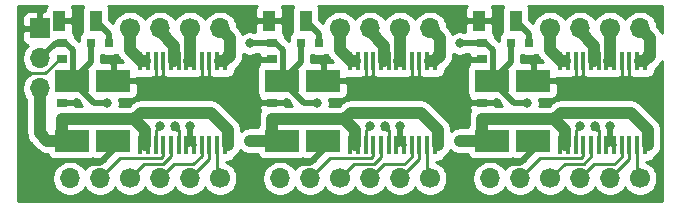
<source format=gtl>
%TF.GenerationSoftware,KiCad,Pcbnew,(5.1.8)-1*%
%TF.CreationDate,2021-03-06T21:19:43+09:00*%
%TF.ProjectId,motor_driver_2,6d6f746f-725f-4647-9269-7665725f322e,rev?*%
%TF.SameCoordinates,PX60e4b00PY7b89fa0*%
%TF.FileFunction,Copper,L1,Top*%
%TF.FilePolarity,Positive*%
%FSLAX46Y46*%
G04 Gerber Fmt 4.6, Leading zero omitted, Abs format (unit mm)*
G04 Created by KiCad (PCBNEW (5.1.8)-1) date 2021-03-06 21:19:43*
%MOMM*%
%LPD*%
G01*
G04 APERTURE LIST*
%TA.AperFunction,ComponentPad*%
%ADD10R,1.700000X1.700000*%
%TD*%
%TA.AperFunction,ComponentPad*%
%ADD11O,1.700000X1.700000*%
%TD*%
%TA.AperFunction,ComponentPad*%
%ADD12C,1.700000*%
%TD*%
%TA.AperFunction,SMDPad,CuDef*%
%ADD13R,2.900000X1.850000*%
%TD*%
%TA.AperFunction,SMDPad,CuDef*%
%ADD14R,0.940000X0.750000*%
%TD*%
%TA.AperFunction,SMDPad,CuDef*%
%ADD15R,0.800000X0.800000*%
%TD*%
%TA.AperFunction,SMDPad,CuDef*%
%ADD16R,0.450000X1.525000*%
%TD*%
%TA.AperFunction,SMDPad,CuDef*%
%ADD17R,1.050000X1.800000*%
%TD*%
%TA.AperFunction,ViaPad*%
%ADD18C,0.800000*%
%TD*%
%TA.AperFunction,Conductor*%
%ADD19C,0.250000*%
%TD*%
%TA.AperFunction,Conductor*%
%ADD20C,0.500000*%
%TD*%
%TA.AperFunction,Conductor*%
%ADD21C,1.000000*%
%TD*%
%TA.AperFunction,Conductor*%
%ADD22C,0.254000*%
%TD*%
%TA.AperFunction,Conductor*%
%ADD23C,0.100000*%
%TD*%
G04 APERTURE END LIST*
D10*
%TO.P,J1,1*%
%TO.N,Net-(C1-Pad2)*%
X2540000Y15240000D03*
D11*
%TO.P,J1,2*%
%TO.N,Net-(C10-Pad1)*%
X2540000Y12700000D03*
%TO.P,J1,3*%
%TO.N,Net-(C1-Pad1)*%
X2540000Y10160000D03*
%TD*%
D12*
%TO.P,J2,1*%
%TO.N,Net-(IC1-Pad17)*%
X10160000Y2540000D03*
D11*
%TO.P,J2,2*%
%TO.N,Net-(IC1-Pad16)*%
X7620000Y2540000D03*
%TO.P,J2,3*%
%TO.N,Net-(IC1-Pad15)*%
X5080000Y2540000D03*
%TD*%
D12*
%TO.P,J3,1*%
%TO.N,Net-(IC1-Pad23)*%
X17780000Y2540000D03*
D11*
%TO.P,J3,2*%
%TO.N,Net-(IC1-Pad22)*%
X15240000Y2540000D03*
%TO.P,J3,3*%
%TO.N,Net-(IC1-Pad21)*%
X12700000Y2540000D03*
%TD*%
%TO.P,J4,3*%
%TO.N,Net-(IC2-Pad15)*%
X22860000Y2540000D03*
%TO.P,J4,2*%
%TO.N,Net-(IC2-Pad16)*%
X25400000Y2540000D03*
D12*
%TO.P,J4,1*%
%TO.N,Net-(IC2-Pad17)*%
X27940000Y2540000D03*
%TD*%
D11*
%TO.P,J5,3*%
%TO.N,Net-(IC2-Pad21)*%
X30480000Y2540000D03*
%TO.P,J5,2*%
%TO.N,Net-(IC2-Pad22)*%
X33020000Y2540000D03*
D12*
%TO.P,J5,1*%
%TO.N,Net-(IC2-Pad23)*%
X35560000Y2540000D03*
%TD*%
%TO.P,J6,1*%
%TO.N,Net-(IC3-Pad17)*%
X45720000Y2540000D03*
D11*
%TO.P,J6,2*%
%TO.N,Net-(IC3-Pad16)*%
X43180000Y2540000D03*
%TO.P,J6,3*%
%TO.N,Net-(IC3-Pad15)*%
X40640000Y2540000D03*
%TD*%
%TO.P,J7,3*%
%TO.N,Net-(IC3-Pad21)*%
X48260000Y2540000D03*
%TO.P,J7,2*%
%TO.N,Net-(IC3-Pad22)*%
X50800000Y2540000D03*
D12*
%TO.P,J7,1*%
%TO.N,Net-(IC3-Pad23)*%
X53340000Y2540000D03*
%TD*%
%TO.P,J13,1*%
%TO.N,Net-(IC3-Pad5)*%
X50800000Y15240000D03*
D11*
%TO.P,J13,2*%
%TO.N,Net-(IC3-Pad1)*%
X53340000Y15240000D03*
%TD*%
%TO.P,J12,2*%
%TO.N,Net-(IC3-Pad7)*%
X48260000Y15240000D03*
D12*
%TO.P,J12,1*%
%TO.N,Net-(IC3-Pad11)*%
X45720000Y15240000D03*
%TD*%
%TO.P,J11,1*%
%TO.N,Net-(IC2-Pad5)*%
X33020000Y15240000D03*
D11*
%TO.P,J11,2*%
%TO.N,Net-(IC2-Pad1)*%
X35560000Y15240000D03*
%TD*%
D12*
%TO.P,J10,1*%
%TO.N,Net-(IC2-Pad11)*%
X27940000Y15240000D03*
D11*
%TO.P,J10,2*%
%TO.N,Net-(IC2-Pad7)*%
X30480000Y15240000D03*
%TD*%
D12*
%TO.P,J8,1*%
%TO.N,Net-(IC1-Pad11)*%
X10160000Y15240000D03*
D11*
%TO.P,J8,2*%
%TO.N,Net-(IC1-Pad7)*%
X12700000Y15240000D03*
%TD*%
%TO.P,J9,2*%
%TO.N,Net-(IC1-Pad1)*%
X17780000Y15240000D03*
D12*
%TO.P,J9,1*%
%TO.N,Net-(IC1-Pad5)*%
X15240000Y15240000D03*
%TD*%
D13*
%TO.P,C1,2*%
%TO.N,Net-(C1-Pad2)*%
X8735000Y5715000D03*
%TO.P,C1,1*%
%TO.N,Net-(C1-Pad1)*%
X5235000Y5715000D03*
%TD*%
D14*
%TO.P,C2,1*%
%TO.N,Net-(C10-Pad1)*%
X4445000Y14035000D03*
%TO.P,C2,2*%
%TO.N,Net-(C1-Pad2)*%
X4445000Y12635000D03*
%TD*%
D13*
%TO.P,C3,1*%
%TO.N,Net-(C1-Pad1)*%
X23015000Y5715000D03*
%TO.P,C3,2*%
%TO.N,Net-(C1-Pad2)*%
X26515000Y5715000D03*
%TD*%
D14*
%TO.P,C4,1*%
%TO.N,Net-(C10-Pad1)*%
X22225000Y14035000D03*
%TO.P,C4,2*%
%TO.N,Net-(C1-Pad2)*%
X22225000Y12635000D03*
%TD*%
D13*
%TO.P,C5,2*%
%TO.N,Net-(C1-Pad2)*%
X44295000Y5715000D03*
%TO.P,C5,1*%
%TO.N,Net-(C1-Pad1)*%
X40795000Y5715000D03*
%TD*%
D14*
%TO.P,C6,1*%
%TO.N,Net-(C10-Pad1)*%
X40005000Y14035000D03*
%TO.P,C6,2*%
%TO.N,Net-(C1-Pad2)*%
X40005000Y12635000D03*
%TD*%
%TO.P,C7,2*%
%TO.N,Net-(C1-Pad2)*%
X4445000Y8955000D03*
%TO.P,C7,1*%
%TO.N,Net-(C1-Pad1)*%
X4445000Y7555000D03*
%TD*%
D13*
%TO.P,C8,2*%
%TO.N,Net-(C1-Pad2)*%
X8735000Y10795000D03*
%TO.P,C8,1*%
%TO.N,Net-(C10-Pad1)*%
X5235000Y10795000D03*
%TD*%
D14*
%TO.P,C9,2*%
%TO.N,Net-(C1-Pad2)*%
X22225000Y8955000D03*
%TO.P,C9,1*%
%TO.N,Net-(C1-Pad1)*%
X22225000Y7555000D03*
%TD*%
D13*
%TO.P,C10,1*%
%TO.N,Net-(C10-Pad1)*%
X23015000Y10795000D03*
%TO.P,C10,2*%
%TO.N,Net-(C1-Pad2)*%
X26515000Y10795000D03*
%TD*%
D14*
%TO.P,C11,2*%
%TO.N,Net-(C1-Pad2)*%
X40005000Y8955000D03*
%TO.P,C11,1*%
%TO.N,Net-(C1-Pad1)*%
X40005000Y7555000D03*
%TD*%
D13*
%TO.P,C12,1*%
%TO.N,Net-(C10-Pad1)*%
X40795000Y10795000D03*
%TO.P,C12,2*%
%TO.N,Net-(C1-Pad2)*%
X44295000Y10795000D03*
%TD*%
D15*
%TO.P,D1,2*%
%TO.N,Net-(C10-Pad1)*%
X6870000Y13970000D03*
%TO.P,D1,1*%
%TO.N,Net-(D1-Pad1)*%
X8370000Y13970000D03*
%TD*%
%TO.P,D2,1*%
%TO.N,Net-(D2-Pad1)*%
X26150000Y13970000D03*
%TO.P,D2,2*%
%TO.N,Net-(C10-Pad1)*%
X24650000Y13970000D03*
%TD*%
%TO.P,D3,1*%
%TO.N,Net-(D3-Pad1)*%
X43930000Y13970000D03*
%TO.P,D3,2*%
%TO.N,Net-(C10-Pad1)*%
X42430000Y13970000D03*
%TD*%
D16*
%TO.P,IC2,24*%
%TO.N,Net-(C1-Pad1)*%
X35960000Y5328000D03*
%TO.P,IC2,23*%
%TO.N,Net-(IC2-Pad23)*%
X35310000Y5328000D03*
%TO.P,IC2,22*%
%TO.N,Net-(IC2-Pad22)*%
X34660000Y5328000D03*
%TO.P,IC2,21*%
%TO.N,Net-(IC2-Pad21)*%
X34010000Y5328000D03*
%TO.P,IC2,20*%
%TO.N,Net-(C10-Pad1)*%
X33360000Y5328000D03*
%TO.P,IC2,19*%
X32710000Y5328000D03*
%TO.P,IC2,18*%
%TO.N,Net-(C1-Pad2)*%
X32060000Y5328000D03*
%TO.P,IC2,17*%
%TO.N,Net-(IC2-Pad17)*%
X31410000Y5328000D03*
%TO.P,IC2,16*%
%TO.N,Net-(IC2-Pad16)*%
X30760000Y5328000D03*
%TO.P,IC2,15*%
%TO.N,Net-(IC2-Pad15)*%
X30110000Y5328000D03*
%TO.P,IC2,14*%
%TO.N,Net-(C1-Pad1)*%
X29460000Y5328000D03*
%TO.P,IC2,13*%
X28810000Y5328000D03*
%TO.P,IC2,12*%
%TO.N,Net-(IC2-Pad11)*%
X28810000Y12452000D03*
%TO.P,IC2,11*%
X29460000Y12452000D03*
%TO.P,IC2,10*%
%TO.N,Net-(C1-Pad2)*%
X30110000Y12452000D03*
%TO.P,IC2,9*%
X30760000Y12452000D03*
%TO.P,IC2,8*%
%TO.N,Net-(IC2-Pad7)*%
X31410000Y12452000D03*
%TO.P,IC2,7*%
X32060000Y12452000D03*
%TO.P,IC2,6*%
%TO.N,Net-(IC2-Pad5)*%
X32710000Y12452000D03*
%TO.P,IC2,5*%
X33360000Y12452000D03*
%TO.P,IC2,4*%
%TO.N,Net-(C1-Pad2)*%
X34010000Y12452000D03*
%TO.P,IC2,3*%
X34660000Y12452000D03*
%TO.P,IC2,2*%
%TO.N,Net-(IC2-Pad1)*%
X35310000Y12452000D03*
%TO.P,IC2,1*%
X35960000Y12452000D03*
%TD*%
%TO.P,IC3,1*%
%TO.N,Net-(IC3-Pad1)*%
X53740000Y12452000D03*
%TO.P,IC3,2*%
X53090000Y12452000D03*
%TO.P,IC3,3*%
%TO.N,Net-(C1-Pad2)*%
X52440000Y12452000D03*
%TO.P,IC3,4*%
X51790000Y12452000D03*
%TO.P,IC3,5*%
%TO.N,Net-(IC3-Pad5)*%
X51140000Y12452000D03*
%TO.P,IC3,6*%
X50490000Y12452000D03*
%TO.P,IC3,7*%
%TO.N,Net-(IC3-Pad7)*%
X49840000Y12452000D03*
%TO.P,IC3,8*%
X49190000Y12452000D03*
%TO.P,IC3,9*%
%TO.N,Net-(C1-Pad2)*%
X48540000Y12452000D03*
%TO.P,IC3,10*%
X47890000Y12452000D03*
%TO.P,IC3,11*%
%TO.N,Net-(IC3-Pad11)*%
X47240000Y12452000D03*
%TO.P,IC3,12*%
X46590000Y12452000D03*
%TO.P,IC3,13*%
%TO.N,Net-(C1-Pad1)*%
X46590000Y5328000D03*
%TO.P,IC3,14*%
X47240000Y5328000D03*
%TO.P,IC3,15*%
%TO.N,Net-(IC3-Pad15)*%
X47890000Y5328000D03*
%TO.P,IC3,16*%
%TO.N,Net-(IC3-Pad16)*%
X48540000Y5328000D03*
%TO.P,IC3,17*%
%TO.N,Net-(IC3-Pad17)*%
X49190000Y5328000D03*
%TO.P,IC3,18*%
%TO.N,Net-(C1-Pad2)*%
X49840000Y5328000D03*
%TO.P,IC3,19*%
%TO.N,Net-(C10-Pad1)*%
X50490000Y5328000D03*
%TO.P,IC3,20*%
X51140000Y5328000D03*
%TO.P,IC3,21*%
%TO.N,Net-(IC3-Pad21)*%
X51790000Y5328000D03*
%TO.P,IC3,22*%
%TO.N,Net-(IC3-Pad22)*%
X52440000Y5328000D03*
%TO.P,IC3,23*%
%TO.N,Net-(IC3-Pad23)*%
X53090000Y5328000D03*
%TO.P,IC3,24*%
%TO.N,Net-(C1-Pad1)*%
X53740000Y5328000D03*
%TD*%
D17*
%TO.P,R1,2*%
%TO.N,Net-(C1-Pad2)*%
X4165000Y15875000D03*
%TO.P,R1,1*%
%TO.N,Net-(D1-Pad1)*%
X7265000Y15875000D03*
%TD*%
%TO.P,R2,1*%
%TO.N,Net-(D2-Pad1)*%
X25045000Y15875000D03*
%TO.P,R2,2*%
%TO.N,Net-(C1-Pad2)*%
X21945000Y15875000D03*
%TD*%
%TO.P,R3,1*%
%TO.N,Net-(D3-Pad1)*%
X42825000Y15875000D03*
%TO.P,R3,2*%
%TO.N,Net-(C1-Pad2)*%
X39725000Y15875000D03*
%TD*%
D16*
%TO.P,IC1,1*%
%TO.N,Net-(IC1-Pad1)*%
X18180000Y12452000D03*
%TO.P,IC1,2*%
X17530000Y12452000D03*
%TO.P,IC1,3*%
%TO.N,Net-(C1-Pad2)*%
X16880000Y12452000D03*
%TO.P,IC1,4*%
X16230000Y12452000D03*
%TO.P,IC1,5*%
%TO.N,Net-(IC1-Pad5)*%
X15580000Y12452000D03*
%TO.P,IC1,6*%
X14930000Y12452000D03*
%TO.P,IC1,7*%
%TO.N,Net-(IC1-Pad7)*%
X14280000Y12452000D03*
%TO.P,IC1,8*%
X13630000Y12452000D03*
%TO.P,IC1,9*%
%TO.N,Net-(C1-Pad2)*%
X12980000Y12452000D03*
%TO.P,IC1,10*%
X12330000Y12452000D03*
%TO.P,IC1,11*%
%TO.N,Net-(IC1-Pad11)*%
X11680000Y12452000D03*
%TO.P,IC1,12*%
X11030000Y12452000D03*
%TO.P,IC1,13*%
%TO.N,Net-(C1-Pad1)*%
X11030000Y5328000D03*
%TO.P,IC1,14*%
X11680000Y5328000D03*
%TO.P,IC1,15*%
%TO.N,Net-(IC1-Pad15)*%
X12330000Y5328000D03*
%TO.P,IC1,16*%
%TO.N,Net-(IC1-Pad16)*%
X12980000Y5328000D03*
%TO.P,IC1,17*%
%TO.N,Net-(IC1-Pad17)*%
X13630000Y5328000D03*
%TO.P,IC1,18*%
%TO.N,Net-(C1-Pad2)*%
X14280000Y5328000D03*
%TO.P,IC1,19*%
%TO.N,Net-(C10-Pad1)*%
X14930000Y5328000D03*
%TO.P,IC1,20*%
X15580000Y5328000D03*
%TO.P,IC1,21*%
%TO.N,Net-(IC1-Pad21)*%
X16230000Y5328000D03*
%TO.P,IC1,22*%
%TO.N,Net-(IC1-Pad22)*%
X16880000Y5328000D03*
%TO.P,IC1,23*%
%TO.N,Net-(IC1-Pad23)*%
X17530000Y5328000D03*
%TO.P,IC1,24*%
%TO.N,Net-(C1-Pad1)*%
X18180000Y5328000D03*
%TD*%
D18*
%TO.N,Net-(C1-Pad2)*%
X13970000Y6985000D03*
X31750000Y6985000D03*
X49530000Y6985000D03*
X5715000Y8890000D03*
X23495000Y8890000D03*
X41275000Y8890000D03*
X23495000Y15875000D03*
X5715000Y15875000D03*
X41275000Y15875000D03*
X38100000Y15875000D03*
X20320000Y15875000D03*
X54610000Y16510000D03*
X1270000Y1270000D03*
X2540000Y3175000D03*
X19685000Y1270000D03*
X37465000Y1270000D03*
X54610000Y10160000D03*
X37465000Y10160000D03*
X20320000Y8255000D03*
%TO.N,Net-(C1-Pad1)*%
X20320000Y5715000D03*
X38100000Y5715000D03*
%TO.N,Net-(C10-Pad1)*%
X8255000Y8890000D03*
X15240000Y6985000D03*
X20320000Y13970000D03*
X26035000Y8890000D03*
X33020000Y6985000D03*
X38100000Y13970000D03*
X43815000Y8890000D03*
X50800000Y6985000D03*
%TO.N,Net-(IC1-Pad15)*%
X12700000Y6985000D03*
%TO.N,Net-(IC2-Pad15)*%
X30480000Y6985000D03*
%TO.N,Net-(IC3-Pad15)*%
X48260000Y6985000D03*
%TD*%
D19*
%TO.N,Net-(C1-Pad2)*%
X14280000Y6675000D02*
X13970000Y6985000D01*
X14280000Y5328000D02*
X14280000Y6675000D01*
X32060000Y6675000D02*
X31750000Y6985000D01*
X32060000Y5328000D02*
X32060000Y6675000D01*
X49840000Y6675000D02*
X49530000Y6985000D01*
X49840000Y5328000D02*
X49840000Y6675000D01*
X4214002Y12635000D02*
X3009002Y11430000D01*
X4445000Y12635000D02*
X4214002Y12635000D01*
X3009002Y11430000D02*
X1270000Y11430000D01*
D20*
X7650001Y3840001D02*
X6380001Y3840001D01*
X8735000Y4925000D02*
X7650001Y3840001D01*
X8735000Y5715000D02*
X8735000Y4925000D01*
X25430001Y3840001D02*
X24160001Y3840001D01*
X26515000Y4925000D02*
X25430001Y3840001D01*
X26515000Y5715000D02*
X26515000Y4925000D01*
X43210001Y3840001D02*
X41940001Y3840001D01*
X44295000Y4925000D02*
X43210001Y3840001D01*
X44295000Y5715000D02*
X44295000Y4925000D01*
D19*
X47890000Y12452000D02*
X47890000Y11060000D01*
X47890000Y11060000D02*
X47625000Y10795000D01*
X48540000Y12452000D02*
X48540000Y11075000D01*
X48540000Y11075000D02*
X48260000Y10795000D01*
X51790000Y12452000D02*
X51790000Y11150000D01*
X51790000Y11150000D02*
X51435000Y10795000D01*
X52440000Y12452000D02*
X52440000Y11165000D01*
X52440000Y11165000D02*
X52070000Y10795000D01*
X30110000Y12452000D02*
X30110000Y11060000D01*
X30760000Y12452000D02*
X30760000Y11075000D01*
X30760000Y11075000D02*
X30480000Y10795000D01*
X34010000Y12452000D02*
X34010000Y11150000D01*
X34010000Y11150000D02*
X33655000Y10795000D01*
X34660000Y12452000D02*
X34660000Y11165000D01*
X34660000Y11165000D02*
X34290000Y10795000D01*
X12330000Y12452000D02*
X12330000Y11060000D01*
X12330000Y11060000D02*
X12065000Y10795000D01*
X12980000Y12452000D02*
X12980000Y11075000D01*
X12980000Y11075000D02*
X12700000Y10795000D01*
X16230000Y12452000D02*
X16230000Y10515000D01*
X16880000Y12452000D02*
X16880000Y10425000D01*
D21*
%TO.N,Net-(C1-Pad1)*%
X4445000Y6505000D02*
X5235000Y5715000D01*
X4445000Y7555000D02*
X4445000Y6505000D01*
X5235000Y5715000D02*
X3175000Y5715000D01*
X2540000Y6350000D02*
X2540000Y10160000D01*
X3175000Y5715000D02*
X2540000Y6350000D01*
X11419750Y6665252D02*
X11404999Y6650501D01*
X11404999Y6650501D02*
X11404999Y5328000D01*
X10530002Y7555000D02*
X11419750Y6665252D01*
X4445000Y7555000D02*
X10530002Y7555000D01*
X18455001Y6650501D02*
X18455001Y5328000D01*
X17020501Y8085001D02*
X18455001Y6650501D01*
X11060003Y8085001D02*
X17020501Y8085001D01*
X10530002Y7555000D02*
X11060003Y8085001D01*
X22225000Y6505000D02*
X23015000Y5715000D01*
X22225000Y7555000D02*
X22225000Y6505000D01*
X29184999Y6650501D02*
X29184999Y5328000D01*
X28310002Y7555000D02*
X29199750Y6665252D01*
X29199750Y6665252D02*
X29184999Y6650501D01*
X22225000Y7555000D02*
X28310002Y7555000D01*
X36235001Y6650501D02*
X36235001Y5328000D01*
X34800501Y8085001D02*
X36235001Y6650501D01*
X28840003Y8085001D02*
X34800501Y8085001D01*
X28310002Y7555000D02*
X28840003Y8085001D01*
X20320000Y5715000D02*
X23015000Y5715000D01*
X38100000Y5715000D02*
X40795000Y5715000D01*
X40005000Y6505000D02*
X40795000Y5715000D01*
X40005000Y7555000D02*
X40005000Y6505000D01*
X46964999Y6650501D02*
X46964999Y5328000D01*
X46979750Y6665252D02*
X46964999Y6650501D01*
X46090002Y7555000D02*
X46979750Y6665252D01*
X40005000Y7555000D02*
X46090002Y7555000D01*
X54015001Y6650501D02*
X54015001Y5328000D01*
X52580501Y8085001D02*
X54015001Y6650501D01*
X46620003Y8085001D02*
X52580501Y8085001D01*
X46090002Y7555000D02*
X46620003Y8085001D01*
D20*
%TO.N,Net-(C10-Pad1)*%
X3875000Y14035000D02*
X4445000Y14035000D01*
X2540000Y12700000D02*
X3875000Y14035000D01*
X7140000Y8890000D02*
X8255000Y8890000D01*
X5235000Y10795000D02*
X7140000Y8890000D01*
X15240000Y5612999D02*
X14955001Y5328000D01*
X15240000Y6985000D02*
X15240000Y5612999D01*
X15240000Y5642999D02*
X15554999Y5328000D01*
X15240000Y6985000D02*
X15240000Y5642999D01*
X6870000Y12430000D02*
X5235000Y10795000D01*
X6870000Y13970000D02*
X6870000Y12430000D01*
X22160000Y13970000D02*
X22225000Y14035000D01*
X20320000Y13970000D02*
X22160000Y13970000D01*
X33020000Y5612999D02*
X32735001Y5328000D01*
X33020000Y6985000D02*
X33020000Y5612999D01*
X33020000Y5642999D02*
X33334999Y5328000D01*
X33020000Y6985000D02*
X33020000Y5642999D01*
X24920000Y8890000D02*
X26035000Y8890000D01*
X23015000Y10795000D02*
X24920000Y8890000D01*
X39940000Y13970000D02*
X40005000Y14035000D01*
X38100000Y13970000D02*
X39940000Y13970000D01*
X40925001Y13370001D02*
X40260002Y14035000D01*
X40260002Y14035000D02*
X40005000Y14035000D01*
X40925001Y10925001D02*
X40925001Y13370001D01*
X40795000Y10795000D02*
X40925001Y10925001D01*
X42430000Y12430000D02*
X42430000Y13970000D01*
X40795000Y10795000D02*
X42430000Y12430000D01*
X22480002Y14035000D02*
X22225000Y14035000D01*
X23145001Y13370001D02*
X22480002Y14035000D01*
X23145001Y10925001D02*
X23145001Y13370001D01*
X23015000Y10795000D02*
X23145001Y10925001D01*
X24650000Y12430000D02*
X24650000Y13970000D01*
X23015000Y10795000D02*
X24650000Y12430000D01*
X5365001Y13370001D02*
X4700002Y14035000D01*
X4700002Y14035000D02*
X4445000Y14035000D01*
X5365001Y10925001D02*
X5365001Y13370001D01*
X5235000Y10795000D02*
X5365001Y10925001D01*
X42700000Y8890000D02*
X43815000Y8890000D01*
X40795000Y10795000D02*
X42700000Y8890000D01*
X50800000Y5612999D02*
X50515001Y5328000D01*
X50800000Y6985000D02*
X50800000Y5612999D01*
X50800000Y5642999D02*
X51114999Y5328000D01*
X50800000Y6985000D02*
X50800000Y5642999D01*
%TO.N,Net-(D1-Pad1)*%
X8370000Y14770000D02*
X7265000Y15875000D01*
X8370000Y13970000D02*
X8370000Y14770000D01*
%TO.N,Net-(D2-Pad1)*%
X26150000Y14770000D02*
X25045000Y15875000D01*
X26150000Y13970000D02*
X26150000Y14770000D01*
%TO.N,Net-(D3-Pad1)*%
X43930000Y14770000D02*
X42825000Y15875000D01*
X43930000Y13970000D02*
X43930000Y14770000D01*
D21*
%TO.N,Net-(IC1-Pad1)*%
X18167000Y12452000D02*
X17805001Y12452000D01*
X18629999Y12914999D02*
X18167000Y12452000D01*
X18629999Y14390001D02*
X18629999Y12914999D01*
X17780000Y15240000D02*
X18629999Y14390001D01*
%TO.N,Net-(IC1-Pad5)*%
X15240000Y12486999D02*
X15205001Y12452000D01*
X15240000Y15240000D02*
X15240000Y12486999D01*
%TO.N,Net-(IC1-Pad7)*%
X12700000Y14979502D02*
X13905001Y13774501D01*
X13905001Y13774501D02*
X13905001Y12452000D01*
X12700000Y15240000D02*
X12700000Y14979502D01*
%TO.N,Net-(IC1-Pad11)*%
X11098000Y12452000D02*
X11404999Y12452000D01*
X10160000Y13390000D02*
X11098000Y12452000D01*
X10160000Y15240000D02*
X10160000Y13390000D01*
D19*
%TO.N,Net-(IC1-Pad15)*%
X12330000Y6615000D02*
X12330000Y5328000D01*
X12700000Y6985000D02*
X12330000Y6615000D01*
%TO.N,Net-(IC1-Pad16)*%
X12980000Y4405498D02*
X12980000Y5328000D01*
X12815001Y4240499D02*
X12980000Y4405498D01*
X9320499Y4240499D02*
X12815001Y4240499D01*
X7620000Y2540000D02*
X9320499Y4240499D01*
%TO.N,Net-(IC1-Pad17)*%
X13630000Y4405498D02*
X13630000Y5328000D01*
X12939503Y3715001D02*
X13630000Y4405498D01*
X11335001Y3715001D02*
X12939503Y3715001D01*
X10160000Y2540000D02*
X11335001Y3715001D01*
%TO.N,Net-(IC1-Pad21)*%
X16230000Y4405498D02*
X16230000Y5328000D01*
X15539503Y3715001D02*
X16230000Y4405498D01*
X13875001Y3715001D02*
X15539503Y3715001D01*
X12700000Y2540000D02*
X13875001Y3715001D01*
%TO.N,Net-(IC1-Pad22)*%
X16880000Y4180000D02*
X16880000Y5328000D01*
X15240000Y2540000D02*
X16880000Y4180000D01*
%TO.N,Net-(IC1-Pad23)*%
X17530000Y2790000D02*
X17530000Y5328000D01*
X17780000Y2540000D02*
X17530000Y2790000D01*
%TO.N,Net-(IC2-Pad23)*%
X35310000Y2790000D02*
X35310000Y5328000D01*
X35560000Y2540000D02*
X35310000Y2790000D01*
%TO.N,Net-(IC2-Pad22)*%
X34660000Y4180000D02*
X34660000Y5328000D01*
X33020000Y2540000D02*
X34660000Y4180000D01*
%TO.N,Net-(IC2-Pad21)*%
X34010000Y4315500D02*
X34010000Y5328000D01*
X33409501Y3715001D02*
X34010000Y4315500D01*
X31655001Y3715001D02*
X33409501Y3715001D01*
X30480000Y2540000D02*
X31655001Y3715001D01*
%TO.N,Net-(IC2-Pad17)*%
X29115001Y3715001D02*
X27940000Y2540000D01*
X30809501Y3715001D02*
X29115001Y3715001D01*
X31410000Y4315500D02*
X30809501Y3715001D01*
X31410000Y5328000D02*
X31410000Y4315500D01*
%TO.N,Net-(IC2-Pad16)*%
X30595001Y4240499D02*
X30760000Y4405498D01*
X30760000Y4405498D02*
X30760000Y5328000D01*
X27100499Y4240499D02*
X30595001Y4240499D01*
X25400000Y2540000D02*
X27100499Y4240499D01*
%TO.N,Net-(IC2-Pad15)*%
X30110000Y6615000D02*
X30110000Y5328000D01*
X30480000Y6985000D02*
X30110000Y6615000D01*
D21*
%TO.N,Net-(IC2-Pad11)*%
X28878000Y12452000D02*
X29184999Y12452000D01*
X27940000Y13390000D02*
X28878000Y12452000D01*
X27940000Y15240000D02*
X27940000Y13390000D01*
%TO.N,Net-(IC2-Pad7)*%
X31685001Y13774501D02*
X31685001Y12452000D01*
X30480000Y14979502D02*
X31685001Y13774501D01*
X30480000Y15240000D02*
X30480000Y14979502D01*
%TO.N,Net-(IC2-Pad5)*%
X33020000Y12486999D02*
X32985001Y12452000D01*
X33020000Y15240000D02*
X33020000Y12486999D01*
%TO.N,Net-(IC2-Pad1)*%
X35947000Y12452000D02*
X35585001Y12452000D01*
X36409999Y12914999D02*
X35947000Y12452000D01*
X36409999Y14390001D02*
X36409999Y12914999D01*
X35560000Y15240000D02*
X36409999Y14390001D01*
%TO.N,Net-(IC3-Pad1)*%
X53727000Y12452000D02*
X53365001Y12452000D01*
X54189999Y12914999D02*
X53727000Y12452000D01*
X54189999Y14390001D02*
X54189999Y12914999D01*
X53340000Y15240000D02*
X54189999Y14390001D01*
%TO.N,Net-(IC3-Pad5)*%
X50800000Y12486999D02*
X50765001Y12452000D01*
X50800000Y15240000D02*
X50800000Y12486999D01*
%TO.N,Net-(IC3-Pad7)*%
X49465001Y13774501D02*
X49465001Y12452000D01*
X48260000Y14979502D02*
X49465001Y13774501D01*
X48260000Y15240000D02*
X48260000Y14979502D01*
%TO.N,Net-(IC3-Pad11)*%
X46658000Y12452000D02*
X46964999Y12452000D01*
X45720000Y13390000D02*
X46658000Y12452000D01*
X45720000Y15240000D02*
X45720000Y13390000D01*
D19*
%TO.N,Net-(IC3-Pad15)*%
X47890000Y6615000D02*
X47890000Y5328000D01*
X48260000Y6985000D02*
X47890000Y6615000D01*
%TO.N,Net-(IC3-Pad16)*%
X48540000Y4405498D02*
X48540000Y5328000D01*
X48375001Y4240499D02*
X48540000Y4405498D01*
X44880499Y4240499D02*
X48375001Y4240499D01*
X43180000Y2540000D02*
X44880499Y4240499D01*
%TO.N,Net-(IC3-Pad17)*%
X49190000Y4405498D02*
X49190000Y5328000D01*
X48574992Y3790490D02*
X49190000Y4405498D01*
X46970490Y3790490D02*
X48574992Y3790490D01*
X45720000Y2540000D02*
X46970490Y3790490D01*
%TO.N,Net-(IC3-Pad21)*%
X51790000Y4315500D02*
X51790000Y5328000D01*
X51189501Y3715001D02*
X51790000Y4315500D01*
X49435001Y3715001D02*
X51189501Y3715001D01*
X48260000Y2540000D02*
X49435001Y3715001D01*
%TO.N,Net-(IC3-Pad22)*%
X52440000Y4180000D02*
X52440000Y5328000D01*
X50800000Y2540000D02*
X52440000Y4180000D01*
%TO.N,Net-(IC3-Pad23)*%
X53090000Y2790000D02*
X53090000Y5328000D01*
X53340000Y2540000D02*
X53090000Y2790000D01*
%TD*%
D22*
%TO.N,Net-(C1-Pad2)*%
X3050498Y17019180D02*
X3014188Y16899482D01*
X3001928Y16775000D01*
X3002173Y16725961D01*
X2825750Y16725000D01*
X2667000Y16566250D01*
X2667000Y15367000D01*
X2687000Y15367000D01*
X2687000Y15113000D01*
X2667000Y15113000D01*
X2667000Y15093000D01*
X2413000Y15093000D01*
X2413000Y15113000D01*
X1213750Y15113000D01*
X1055000Y14954250D01*
X1051928Y14390000D01*
X1064188Y14265518D01*
X1100498Y14145820D01*
X1159463Y14035506D01*
X1238815Y13938815D01*
X1335506Y13859463D01*
X1445820Y13800498D01*
X1518380Y13778487D01*
X1386525Y13646632D01*
X1224010Y13403411D01*
X1112068Y13133158D01*
X1055000Y12846260D01*
X1055000Y12553740D01*
X1112068Y12266842D01*
X1224010Y11996589D01*
X1386525Y11753368D01*
X1593368Y11546525D01*
X1767760Y11430000D01*
X1593368Y11313475D01*
X1386525Y11106632D01*
X1224010Y10863411D01*
X1112068Y10593158D01*
X1055000Y10306260D01*
X1055000Y10013740D01*
X1112068Y9726842D01*
X1224010Y9456589D01*
X1386525Y9213368D01*
X1405001Y9194892D01*
X1405000Y6405752D01*
X1399509Y6350000D01*
X1411446Y6228805D01*
X1421423Y6127502D01*
X1486324Y5913554D01*
X1591716Y5716377D01*
X1733551Y5543551D01*
X1776864Y5508005D01*
X2333008Y4951860D01*
X2368551Y4908551D01*
X2541377Y4766716D01*
X2738553Y4661324D01*
X2952501Y4596423D01*
X3032032Y4588590D01*
X3175000Y4574509D01*
X3186453Y4575637D01*
X3195498Y4545820D01*
X3254463Y4435506D01*
X3333815Y4338815D01*
X3430506Y4259463D01*
X3540820Y4200498D01*
X3660518Y4164188D01*
X3785000Y4151928D01*
X6685000Y4151928D01*
X6809482Y4164188D01*
X6929180Y4200498D01*
X6985000Y4230335D01*
X7040820Y4200498D01*
X7160518Y4164188D01*
X7285000Y4151928D01*
X8159434Y4154235D01*
X7986408Y3981210D01*
X7766260Y4025000D01*
X7473740Y4025000D01*
X7186842Y3967932D01*
X6916589Y3855990D01*
X6673368Y3693475D01*
X6466525Y3486632D01*
X6350000Y3312240D01*
X6233475Y3486632D01*
X6026632Y3693475D01*
X5783411Y3855990D01*
X5513158Y3967932D01*
X5226260Y4025000D01*
X4933740Y4025000D01*
X4646842Y3967932D01*
X4376589Y3855990D01*
X4133368Y3693475D01*
X3926525Y3486632D01*
X3764010Y3243411D01*
X3652068Y2973158D01*
X3595000Y2686260D01*
X3595000Y2393740D01*
X3652068Y2106842D01*
X3764010Y1836589D01*
X3926525Y1593368D01*
X4133368Y1386525D01*
X4376589Y1224010D01*
X4646842Y1112068D01*
X4933740Y1055000D01*
X5226260Y1055000D01*
X5513158Y1112068D01*
X5783411Y1224010D01*
X6026632Y1386525D01*
X6233475Y1593368D01*
X6350000Y1767760D01*
X6466525Y1593368D01*
X6673368Y1386525D01*
X6916589Y1224010D01*
X7186842Y1112068D01*
X7473740Y1055000D01*
X7766260Y1055000D01*
X8053158Y1112068D01*
X8323411Y1224010D01*
X8566632Y1386525D01*
X8773475Y1593368D01*
X8890000Y1767760D01*
X9006525Y1593368D01*
X9213368Y1386525D01*
X9456589Y1224010D01*
X9726842Y1112068D01*
X10013740Y1055000D01*
X10306260Y1055000D01*
X10593158Y1112068D01*
X10863411Y1224010D01*
X11106632Y1386525D01*
X11313475Y1593368D01*
X11430000Y1767760D01*
X11546525Y1593368D01*
X11753368Y1386525D01*
X11996589Y1224010D01*
X12266842Y1112068D01*
X12553740Y1055000D01*
X12846260Y1055000D01*
X13133158Y1112068D01*
X13403411Y1224010D01*
X13646632Y1386525D01*
X13853475Y1593368D01*
X13970000Y1767760D01*
X14086525Y1593368D01*
X14293368Y1386525D01*
X14536589Y1224010D01*
X14806842Y1112068D01*
X15093740Y1055000D01*
X15386260Y1055000D01*
X15673158Y1112068D01*
X15943411Y1224010D01*
X16186632Y1386525D01*
X16393475Y1593368D01*
X16510000Y1767760D01*
X16626525Y1593368D01*
X16833368Y1386525D01*
X17076589Y1224010D01*
X17346842Y1112068D01*
X17633740Y1055000D01*
X17926260Y1055000D01*
X18213158Y1112068D01*
X18483411Y1224010D01*
X18726632Y1386525D01*
X18933475Y1593368D01*
X19095990Y1836589D01*
X19207932Y2106842D01*
X19265000Y2393740D01*
X19265000Y2686260D01*
X19207932Y2973158D01*
X19095990Y3243411D01*
X18933475Y3486632D01*
X18726632Y3693475D01*
X18483411Y3855990D01*
X18310944Y3927428D01*
X18405000Y3927428D01*
X18529482Y3939688D01*
X18649180Y3975998D01*
X18759494Y4034963D01*
X18856185Y4114315D01*
X18935537Y4211006D01*
X18994502Y4321320D01*
X18997430Y4330972D01*
X19088624Y4379716D01*
X19261450Y4521551D01*
X19403285Y4694377D01*
X19508677Y4891553D01*
X19513777Y4908365D01*
X19686377Y4766716D01*
X19883553Y4661324D01*
X20097501Y4596423D01*
X20264248Y4580000D01*
X20965130Y4580000D01*
X20975498Y4545820D01*
X21034463Y4435506D01*
X21113815Y4338815D01*
X21210506Y4259463D01*
X21320820Y4200498D01*
X21440518Y4164188D01*
X21565000Y4151928D01*
X24465000Y4151928D01*
X24589482Y4164188D01*
X24709180Y4200498D01*
X24765000Y4230335D01*
X24820820Y4200498D01*
X24940518Y4164188D01*
X25065000Y4151928D01*
X25939434Y4154235D01*
X25766408Y3981210D01*
X25546260Y4025000D01*
X25253740Y4025000D01*
X24966842Y3967932D01*
X24696589Y3855990D01*
X24453368Y3693475D01*
X24246525Y3486632D01*
X24130000Y3312240D01*
X24013475Y3486632D01*
X23806632Y3693475D01*
X23563411Y3855990D01*
X23293158Y3967932D01*
X23006260Y4025000D01*
X22713740Y4025000D01*
X22426842Y3967932D01*
X22156589Y3855990D01*
X21913368Y3693475D01*
X21706525Y3486632D01*
X21544010Y3243411D01*
X21432068Y2973158D01*
X21375000Y2686260D01*
X21375000Y2393740D01*
X21432068Y2106842D01*
X21544010Y1836589D01*
X21706525Y1593368D01*
X21913368Y1386525D01*
X22156589Y1224010D01*
X22426842Y1112068D01*
X22713740Y1055000D01*
X23006260Y1055000D01*
X23293158Y1112068D01*
X23563411Y1224010D01*
X23806632Y1386525D01*
X24013475Y1593368D01*
X24130000Y1767760D01*
X24246525Y1593368D01*
X24453368Y1386525D01*
X24696589Y1224010D01*
X24966842Y1112068D01*
X25253740Y1055000D01*
X25546260Y1055000D01*
X25833158Y1112068D01*
X26103411Y1224010D01*
X26346632Y1386525D01*
X26553475Y1593368D01*
X26670000Y1767760D01*
X26786525Y1593368D01*
X26993368Y1386525D01*
X27236589Y1224010D01*
X27506842Y1112068D01*
X27793740Y1055000D01*
X28086260Y1055000D01*
X28373158Y1112068D01*
X28643411Y1224010D01*
X28886632Y1386525D01*
X29093475Y1593368D01*
X29210000Y1767760D01*
X29326525Y1593368D01*
X29533368Y1386525D01*
X29776589Y1224010D01*
X30046842Y1112068D01*
X30333740Y1055000D01*
X30626260Y1055000D01*
X30913158Y1112068D01*
X31183411Y1224010D01*
X31426632Y1386525D01*
X31633475Y1593368D01*
X31750000Y1767760D01*
X31866525Y1593368D01*
X32073368Y1386525D01*
X32316589Y1224010D01*
X32586842Y1112068D01*
X32873740Y1055000D01*
X33166260Y1055000D01*
X33453158Y1112068D01*
X33723411Y1224010D01*
X33966632Y1386525D01*
X34173475Y1593368D01*
X34290000Y1767760D01*
X34406525Y1593368D01*
X34613368Y1386525D01*
X34856589Y1224010D01*
X35126842Y1112068D01*
X35413740Y1055000D01*
X35706260Y1055000D01*
X35993158Y1112068D01*
X36263411Y1224010D01*
X36506632Y1386525D01*
X36713475Y1593368D01*
X36875990Y1836589D01*
X36987932Y2106842D01*
X37045000Y2393740D01*
X37045000Y2686260D01*
X36987932Y2973158D01*
X36875990Y3243411D01*
X36713475Y3486632D01*
X36506632Y3693475D01*
X36263411Y3855990D01*
X36090944Y3927428D01*
X36185000Y3927428D01*
X36309482Y3939688D01*
X36429180Y3975998D01*
X36539494Y4034963D01*
X36636185Y4114315D01*
X36715537Y4211006D01*
X36774502Y4321320D01*
X36777430Y4330972D01*
X36868624Y4379716D01*
X37041450Y4521551D01*
X37183285Y4694377D01*
X37288677Y4891553D01*
X37293777Y4908365D01*
X37466377Y4766716D01*
X37663553Y4661324D01*
X37877501Y4596423D01*
X38044248Y4580000D01*
X38745130Y4580000D01*
X38755498Y4545820D01*
X38814463Y4435506D01*
X38893815Y4338815D01*
X38990506Y4259463D01*
X39100820Y4200498D01*
X39220518Y4164188D01*
X39345000Y4151928D01*
X42245000Y4151928D01*
X42369482Y4164188D01*
X42489180Y4200498D01*
X42545000Y4230335D01*
X42600820Y4200498D01*
X42720518Y4164188D01*
X42845000Y4151928D01*
X43719434Y4154235D01*
X43546408Y3981210D01*
X43326260Y4025000D01*
X43033740Y4025000D01*
X42746842Y3967932D01*
X42476589Y3855990D01*
X42233368Y3693475D01*
X42026525Y3486632D01*
X41910000Y3312240D01*
X41793475Y3486632D01*
X41586632Y3693475D01*
X41343411Y3855990D01*
X41073158Y3967932D01*
X40786260Y4025000D01*
X40493740Y4025000D01*
X40206842Y3967932D01*
X39936589Y3855990D01*
X39693368Y3693475D01*
X39486525Y3486632D01*
X39324010Y3243411D01*
X39212068Y2973158D01*
X39155000Y2686260D01*
X39155000Y2393740D01*
X39212068Y2106842D01*
X39324010Y1836589D01*
X39486525Y1593368D01*
X39693368Y1386525D01*
X39936589Y1224010D01*
X40206842Y1112068D01*
X40493740Y1055000D01*
X40786260Y1055000D01*
X41073158Y1112068D01*
X41343411Y1224010D01*
X41586632Y1386525D01*
X41793475Y1593368D01*
X41910000Y1767760D01*
X42026525Y1593368D01*
X42233368Y1386525D01*
X42476589Y1224010D01*
X42746842Y1112068D01*
X43033740Y1055000D01*
X43326260Y1055000D01*
X43613158Y1112068D01*
X43883411Y1224010D01*
X44126632Y1386525D01*
X44333475Y1593368D01*
X44450000Y1767760D01*
X44566525Y1593368D01*
X44773368Y1386525D01*
X45016589Y1224010D01*
X45286842Y1112068D01*
X45573740Y1055000D01*
X45866260Y1055000D01*
X46153158Y1112068D01*
X46423411Y1224010D01*
X46666632Y1386525D01*
X46873475Y1593368D01*
X46990000Y1767760D01*
X47106525Y1593368D01*
X47313368Y1386525D01*
X47556589Y1224010D01*
X47826842Y1112068D01*
X48113740Y1055000D01*
X48406260Y1055000D01*
X48693158Y1112068D01*
X48963411Y1224010D01*
X49206632Y1386525D01*
X49413475Y1593368D01*
X49530000Y1767760D01*
X49646525Y1593368D01*
X49853368Y1386525D01*
X50096589Y1224010D01*
X50366842Y1112068D01*
X50653740Y1055000D01*
X50946260Y1055000D01*
X51233158Y1112068D01*
X51503411Y1224010D01*
X51746632Y1386525D01*
X51953475Y1593368D01*
X52070000Y1767760D01*
X52186525Y1593368D01*
X52393368Y1386525D01*
X52636589Y1224010D01*
X52906842Y1112068D01*
X53193740Y1055000D01*
X53486260Y1055000D01*
X53773158Y1112068D01*
X54043411Y1224010D01*
X54286632Y1386525D01*
X54493475Y1593368D01*
X54655990Y1836589D01*
X54767932Y2106842D01*
X54825000Y2393740D01*
X54825000Y2686260D01*
X54767932Y2973158D01*
X54655990Y3243411D01*
X54493475Y3486632D01*
X54286632Y3693475D01*
X54043411Y3855990D01*
X53870944Y3927428D01*
X53965000Y3927428D01*
X54089482Y3939688D01*
X54209180Y3975998D01*
X54319494Y4034963D01*
X54416185Y4114315D01*
X54495537Y4211006D01*
X54554502Y4321320D01*
X54557430Y4330972D01*
X54648624Y4379716D01*
X54821450Y4521551D01*
X54963285Y4694377D01*
X55068677Y4891553D01*
X55133578Y5105501D01*
X55150001Y5272248D01*
X55150001Y6594760D01*
X55155491Y6650502D01*
X55150001Y6706244D01*
X55150001Y6706253D01*
X55133578Y6873000D01*
X55068677Y7086948D01*
X54963285Y7284124D01*
X54821450Y7456950D01*
X54778141Y7492493D01*
X53422497Y8848136D01*
X53386950Y8891450D01*
X53214124Y9033285D01*
X53016948Y9138677D01*
X52803000Y9203578D01*
X52636253Y9220001D01*
X52636252Y9220001D01*
X52580501Y9225492D01*
X52524750Y9220001D01*
X46675755Y9220001D01*
X46620003Y9225492D01*
X46564251Y9220001D01*
X46397504Y9203578D01*
X46183556Y9138677D01*
X45986380Y9033285D01*
X45813554Y8891450D01*
X45778011Y8848141D01*
X45619870Y8690000D01*
X44830495Y8690000D01*
X44850000Y8788061D01*
X44850000Y8991939D01*
X44810226Y9191898D01*
X44792604Y9234441D01*
X45745000Y9231928D01*
X45869482Y9244188D01*
X45989180Y9280498D01*
X46099494Y9339463D01*
X46196185Y9418815D01*
X46275537Y9515506D01*
X46334502Y9625820D01*
X46370812Y9745518D01*
X46383072Y9870000D01*
X46380000Y10509250D01*
X46221250Y10668000D01*
X44422000Y10668000D01*
X44422000Y10648000D01*
X44168000Y10648000D01*
X44168000Y10668000D01*
X44148000Y10668000D01*
X44148000Y10922000D01*
X44168000Y10922000D01*
X44168000Y12196250D01*
X44009250Y12355000D01*
X43312076Y12356840D01*
X43315000Y12386523D01*
X43315000Y12386533D01*
X43319281Y12429999D01*
X43315000Y12473465D01*
X43315000Y12971646D01*
X43405518Y12944188D01*
X43530000Y12931928D01*
X44330000Y12931928D01*
X44454482Y12944188D01*
X44574180Y12980498D01*
X44646435Y13019120D01*
X44666324Y12953554D01*
X44701125Y12888446D01*
X44771717Y12756377D01*
X44913552Y12583551D01*
X44956860Y12548009D01*
X45148371Y12356498D01*
X44580750Y12355000D01*
X44422000Y12196250D01*
X44422000Y10922000D01*
X46221250Y10922000D01*
X46351962Y11052712D01*
X46365000Y11051428D01*
X46815000Y11051428D01*
X46915000Y11061277D01*
X47015000Y11051428D01*
X47465000Y11051428D01*
X47568122Y11061584D01*
X47633250Y11054500D01*
X47665497Y11086747D01*
X47709180Y11099998D01*
X47819494Y11158963D01*
X47890277Y11217053D01*
X47952747Y11164230D01*
X48062183Y11103651D01*
X48114225Y11087025D01*
X48146750Y11054500D01*
X48215000Y11061924D01*
X48283250Y11054500D01*
X48315775Y11087025D01*
X48367817Y11103651D01*
X48477253Y11164230D01*
X48539723Y11217053D01*
X48610506Y11158963D01*
X48720820Y11099998D01*
X48764503Y11086747D01*
X48796750Y11054500D01*
X48861878Y11061584D01*
X48965000Y11051428D01*
X49415000Y11051428D01*
X49515000Y11061277D01*
X49615000Y11051428D01*
X50065000Y11051428D01*
X50165000Y11061277D01*
X50265000Y11051428D01*
X50715000Y11051428D01*
X50815000Y11061277D01*
X50915000Y11051428D01*
X51365000Y11051428D01*
X51468122Y11061584D01*
X51533250Y11054500D01*
X51565497Y11086747D01*
X51609180Y11099998D01*
X51719494Y11158963D01*
X51790277Y11217053D01*
X51852747Y11164230D01*
X51962183Y11103651D01*
X52014225Y11087025D01*
X52046750Y11054500D01*
X52115000Y11061924D01*
X52183250Y11054500D01*
X52215775Y11087025D01*
X52267817Y11103651D01*
X52377253Y11164230D01*
X52439723Y11217053D01*
X52510506Y11158963D01*
X52620820Y11099998D01*
X52664503Y11086747D01*
X52696750Y11054500D01*
X52761878Y11061584D01*
X52865000Y11051428D01*
X53315000Y11051428D01*
X53415000Y11061277D01*
X53515000Y11051428D01*
X53965000Y11051428D01*
X54089482Y11063688D01*
X54209180Y11099998D01*
X54319494Y11158963D01*
X54416185Y11238315D01*
X54495537Y11335006D01*
X54554502Y11445320D01*
X54590812Y11565018D01*
X54603072Y11689500D01*
X54603072Y11722941D01*
X54953134Y12073003D01*
X54996448Y12108550D01*
X55138283Y12281376D01*
X55220000Y12434259D01*
X55220001Y660000D01*
X660000Y660000D01*
X660000Y16090000D01*
X1051928Y16090000D01*
X1055000Y15525750D01*
X1213750Y15367000D01*
X2413000Y15367000D01*
X2413000Y16566250D01*
X2254250Y16725000D01*
X1690000Y16728072D01*
X1565518Y16715812D01*
X1445820Y16679502D01*
X1335506Y16620537D01*
X1238815Y16541185D01*
X1159463Y16444494D01*
X1100498Y16334180D01*
X1064188Y16214482D01*
X1051928Y16090000D01*
X660000Y16090000D01*
X660000Y17120000D01*
X3104388Y17120000D01*
X3050498Y17019180D01*
%TA.AperFunction,Conductor*%
D23*
G36*
X3050498Y17019180D02*
G01*
X3014188Y16899482D01*
X3001928Y16775000D01*
X3002173Y16725961D01*
X2825750Y16725000D01*
X2667000Y16566250D01*
X2667000Y15367000D01*
X2687000Y15367000D01*
X2687000Y15113000D01*
X2667000Y15113000D01*
X2667000Y15093000D01*
X2413000Y15093000D01*
X2413000Y15113000D01*
X1213750Y15113000D01*
X1055000Y14954250D01*
X1051928Y14390000D01*
X1064188Y14265518D01*
X1100498Y14145820D01*
X1159463Y14035506D01*
X1238815Y13938815D01*
X1335506Y13859463D01*
X1445820Y13800498D01*
X1518380Y13778487D01*
X1386525Y13646632D01*
X1224010Y13403411D01*
X1112068Y13133158D01*
X1055000Y12846260D01*
X1055000Y12553740D01*
X1112068Y12266842D01*
X1224010Y11996589D01*
X1386525Y11753368D01*
X1593368Y11546525D01*
X1767760Y11430000D01*
X1593368Y11313475D01*
X1386525Y11106632D01*
X1224010Y10863411D01*
X1112068Y10593158D01*
X1055000Y10306260D01*
X1055000Y10013740D01*
X1112068Y9726842D01*
X1224010Y9456589D01*
X1386525Y9213368D01*
X1405001Y9194892D01*
X1405000Y6405752D01*
X1399509Y6350000D01*
X1411446Y6228805D01*
X1421423Y6127502D01*
X1486324Y5913554D01*
X1591716Y5716377D01*
X1733551Y5543551D01*
X1776864Y5508005D01*
X2333008Y4951860D01*
X2368551Y4908551D01*
X2541377Y4766716D01*
X2738553Y4661324D01*
X2952501Y4596423D01*
X3032032Y4588590D01*
X3175000Y4574509D01*
X3186453Y4575637D01*
X3195498Y4545820D01*
X3254463Y4435506D01*
X3333815Y4338815D01*
X3430506Y4259463D01*
X3540820Y4200498D01*
X3660518Y4164188D01*
X3785000Y4151928D01*
X6685000Y4151928D01*
X6809482Y4164188D01*
X6929180Y4200498D01*
X6985000Y4230335D01*
X7040820Y4200498D01*
X7160518Y4164188D01*
X7285000Y4151928D01*
X8159434Y4154235D01*
X7986408Y3981210D01*
X7766260Y4025000D01*
X7473740Y4025000D01*
X7186842Y3967932D01*
X6916589Y3855990D01*
X6673368Y3693475D01*
X6466525Y3486632D01*
X6350000Y3312240D01*
X6233475Y3486632D01*
X6026632Y3693475D01*
X5783411Y3855990D01*
X5513158Y3967932D01*
X5226260Y4025000D01*
X4933740Y4025000D01*
X4646842Y3967932D01*
X4376589Y3855990D01*
X4133368Y3693475D01*
X3926525Y3486632D01*
X3764010Y3243411D01*
X3652068Y2973158D01*
X3595000Y2686260D01*
X3595000Y2393740D01*
X3652068Y2106842D01*
X3764010Y1836589D01*
X3926525Y1593368D01*
X4133368Y1386525D01*
X4376589Y1224010D01*
X4646842Y1112068D01*
X4933740Y1055000D01*
X5226260Y1055000D01*
X5513158Y1112068D01*
X5783411Y1224010D01*
X6026632Y1386525D01*
X6233475Y1593368D01*
X6350000Y1767760D01*
X6466525Y1593368D01*
X6673368Y1386525D01*
X6916589Y1224010D01*
X7186842Y1112068D01*
X7473740Y1055000D01*
X7766260Y1055000D01*
X8053158Y1112068D01*
X8323411Y1224010D01*
X8566632Y1386525D01*
X8773475Y1593368D01*
X8890000Y1767760D01*
X9006525Y1593368D01*
X9213368Y1386525D01*
X9456589Y1224010D01*
X9726842Y1112068D01*
X10013740Y1055000D01*
X10306260Y1055000D01*
X10593158Y1112068D01*
X10863411Y1224010D01*
X11106632Y1386525D01*
X11313475Y1593368D01*
X11430000Y1767760D01*
X11546525Y1593368D01*
X11753368Y1386525D01*
X11996589Y1224010D01*
X12266842Y1112068D01*
X12553740Y1055000D01*
X12846260Y1055000D01*
X13133158Y1112068D01*
X13403411Y1224010D01*
X13646632Y1386525D01*
X13853475Y1593368D01*
X13970000Y1767760D01*
X14086525Y1593368D01*
X14293368Y1386525D01*
X14536589Y1224010D01*
X14806842Y1112068D01*
X15093740Y1055000D01*
X15386260Y1055000D01*
X15673158Y1112068D01*
X15943411Y1224010D01*
X16186632Y1386525D01*
X16393475Y1593368D01*
X16510000Y1767760D01*
X16626525Y1593368D01*
X16833368Y1386525D01*
X17076589Y1224010D01*
X17346842Y1112068D01*
X17633740Y1055000D01*
X17926260Y1055000D01*
X18213158Y1112068D01*
X18483411Y1224010D01*
X18726632Y1386525D01*
X18933475Y1593368D01*
X19095990Y1836589D01*
X19207932Y2106842D01*
X19265000Y2393740D01*
X19265000Y2686260D01*
X19207932Y2973158D01*
X19095990Y3243411D01*
X18933475Y3486632D01*
X18726632Y3693475D01*
X18483411Y3855990D01*
X18310944Y3927428D01*
X18405000Y3927428D01*
X18529482Y3939688D01*
X18649180Y3975998D01*
X18759494Y4034963D01*
X18856185Y4114315D01*
X18935537Y4211006D01*
X18994502Y4321320D01*
X18997430Y4330972D01*
X19088624Y4379716D01*
X19261450Y4521551D01*
X19403285Y4694377D01*
X19508677Y4891553D01*
X19513777Y4908365D01*
X19686377Y4766716D01*
X19883553Y4661324D01*
X20097501Y4596423D01*
X20264248Y4580000D01*
X20965130Y4580000D01*
X20975498Y4545820D01*
X21034463Y4435506D01*
X21113815Y4338815D01*
X21210506Y4259463D01*
X21320820Y4200498D01*
X21440518Y4164188D01*
X21565000Y4151928D01*
X24465000Y4151928D01*
X24589482Y4164188D01*
X24709180Y4200498D01*
X24765000Y4230335D01*
X24820820Y4200498D01*
X24940518Y4164188D01*
X25065000Y4151928D01*
X25939434Y4154235D01*
X25766408Y3981210D01*
X25546260Y4025000D01*
X25253740Y4025000D01*
X24966842Y3967932D01*
X24696589Y3855990D01*
X24453368Y3693475D01*
X24246525Y3486632D01*
X24130000Y3312240D01*
X24013475Y3486632D01*
X23806632Y3693475D01*
X23563411Y3855990D01*
X23293158Y3967932D01*
X23006260Y4025000D01*
X22713740Y4025000D01*
X22426842Y3967932D01*
X22156589Y3855990D01*
X21913368Y3693475D01*
X21706525Y3486632D01*
X21544010Y3243411D01*
X21432068Y2973158D01*
X21375000Y2686260D01*
X21375000Y2393740D01*
X21432068Y2106842D01*
X21544010Y1836589D01*
X21706525Y1593368D01*
X21913368Y1386525D01*
X22156589Y1224010D01*
X22426842Y1112068D01*
X22713740Y1055000D01*
X23006260Y1055000D01*
X23293158Y1112068D01*
X23563411Y1224010D01*
X23806632Y1386525D01*
X24013475Y1593368D01*
X24130000Y1767760D01*
X24246525Y1593368D01*
X24453368Y1386525D01*
X24696589Y1224010D01*
X24966842Y1112068D01*
X25253740Y1055000D01*
X25546260Y1055000D01*
X25833158Y1112068D01*
X26103411Y1224010D01*
X26346632Y1386525D01*
X26553475Y1593368D01*
X26670000Y1767760D01*
X26786525Y1593368D01*
X26993368Y1386525D01*
X27236589Y1224010D01*
X27506842Y1112068D01*
X27793740Y1055000D01*
X28086260Y1055000D01*
X28373158Y1112068D01*
X28643411Y1224010D01*
X28886632Y1386525D01*
X29093475Y1593368D01*
X29210000Y1767760D01*
X29326525Y1593368D01*
X29533368Y1386525D01*
X29776589Y1224010D01*
X30046842Y1112068D01*
X30333740Y1055000D01*
X30626260Y1055000D01*
X30913158Y1112068D01*
X31183411Y1224010D01*
X31426632Y1386525D01*
X31633475Y1593368D01*
X31750000Y1767760D01*
X31866525Y1593368D01*
X32073368Y1386525D01*
X32316589Y1224010D01*
X32586842Y1112068D01*
X32873740Y1055000D01*
X33166260Y1055000D01*
X33453158Y1112068D01*
X33723411Y1224010D01*
X33966632Y1386525D01*
X34173475Y1593368D01*
X34290000Y1767760D01*
X34406525Y1593368D01*
X34613368Y1386525D01*
X34856589Y1224010D01*
X35126842Y1112068D01*
X35413740Y1055000D01*
X35706260Y1055000D01*
X35993158Y1112068D01*
X36263411Y1224010D01*
X36506632Y1386525D01*
X36713475Y1593368D01*
X36875990Y1836589D01*
X36987932Y2106842D01*
X37045000Y2393740D01*
X37045000Y2686260D01*
X36987932Y2973158D01*
X36875990Y3243411D01*
X36713475Y3486632D01*
X36506632Y3693475D01*
X36263411Y3855990D01*
X36090944Y3927428D01*
X36185000Y3927428D01*
X36309482Y3939688D01*
X36429180Y3975998D01*
X36539494Y4034963D01*
X36636185Y4114315D01*
X36715537Y4211006D01*
X36774502Y4321320D01*
X36777430Y4330972D01*
X36868624Y4379716D01*
X37041450Y4521551D01*
X37183285Y4694377D01*
X37288677Y4891553D01*
X37293777Y4908365D01*
X37466377Y4766716D01*
X37663553Y4661324D01*
X37877501Y4596423D01*
X38044248Y4580000D01*
X38745130Y4580000D01*
X38755498Y4545820D01*
X38814463Y4435506D01*
X38893815Y4338815D01*
X38990506Y4259463D01*
X39100820Y4200498D01*
X39220518Y4164188D01*
X39345000Y4151928D01*
X42245000Y4151928D01*
X42369482Y4164188D01*
X42489180Y4200498D01*
X42545000Y4230335D01*
X42600820Y4200498D01*
X42720518Y4164188D01*
X42845000Y4151928D01*
X43719434Y4154235D01*
X43546408Y3981210D01*
X43326260Y4025000D01*
X43033740Y4025000D01*
X42746842Y3967932D01*
X42476589Y3855990D01*
X42233368Y3693475D01*
X42026525Y3486632D01*
X41910000Y3312240D01*
X41793475Y3486632D01*
X41586632Y3693475D01*
X41343411Y3855990D01*
X41073158Y3967932D01*
X40786260Y4025000D01*
X40493740Y4025000D01*
X40206842Y3967932D01*
X39936589Y3855990D01*
X39693368Y3693475D01*
X39486525Y3486632D01*
X39324010Y3243411D01*
X39212068Y2973158D01*
X39155000Y2686260D01*
X39155000Y2393740D01*
X39212068Y2106842D01*
X39324010Y1836589D01*
X39486525Y1593368D01*
X39693368Y1386525D01*
X39936589Y1224010D01*
X40206842Y1112068D01*
X40493740Y1055000D01*
X40786260Y1055000D01*
X41073158Y1112068D01*
X41343411Y1224010D01*
X41586632Y1386525D01*
X41793475Y1593368D01*
X41910000Y1767760D01*
X42026525Y1593368D01*
X42233368Y1386525D01*
X42476589Y1224010D01*
X42746842Y1112068D01*
X43033740Y1055000D01*
X43326260Y1055000D01*
X43613158Y1112068D01*
X43883411Y1224010D01*
X44126632Y1386525D01*
X44333475Y1593368D01*
X44450000Y1767760D01*
X44566525Y1593368D01*
X44773368Y1386525D01*
X45016589Y1224010D01*
X45286842Y1112068D01*
X45573740Y1055000D01*
X45866260Y1055000D01*
X46153158Y1112068D01*
X46423411Y1224010D01*
X46666632Y1386525D01*
X46873475Y1593368D01*
X46990000Y1767760D01*
X47106525Y1593368D01*
X47313368Y1386525D01*
X47556589Y1224010D01*
X47826842Y1112068D01*
X48113740Y1055000D01*
X48406260Y1055000D01*
X48693158Y1112068D01*
X48963411Y1224010D01*
X49206632Y1386525D01*
X49413475Y1593368D01*
X49530000Y1767760D01*
X49646525Y1593368D01*
X49853368Y1386525D01*
X50096589Y1224010D01*
X50366842Y1112068D01*
X50653740Y1055000D01*
X50946260Y1055000D01*
X51233158Y1112068D01*
X51503411Y1224010D01*
X51746632Y1386525D01*
X51953475Y1593368D01*
X52070000Y1767760D01*
X52186525Y1593368D01*
X52393368Y1386525D01*
X52636589Y1224010D01*
X52906842Y1112068D01*
X53193740Y1055000D01*
X53486260Y1055000D01*
X53773158Y1112068D01*
X54043411Y1224010D01*
X54286632Y1386525D01*
X54493475Y1593368D01*
X54655990Y1836589D01*
X54767932Y2106842D01*
X54825000Y2393740D01*
X54825000Y2686260D01*
X54767932Y2973158D01*
X54655990Y3243411D01*
X54493475Y3486632D01*
X54286632Y3693475D01*
X54043411Y3855990D01*
X53870944Y3927428D01*
X53965000Y3927428D01*
X54089482Y3939688D01*
X54209180Y3975998D01*
X54319494Y4034963D01*
X54416185Y4114315D01*
X54495537Y4211006D01*
X54554502Y4321320D01*
X54557430Y4330972D01*
X54648624Y4379716D01*
X54821450Y4521551D01*
X54963285Y4694377D01*
X55068677Y4891553D01*
X55133578Y5105501D01*
X55150001Y5272248D01*
X55150001Y6594760D01*
X55155491Y6650502D01*
X55150001Y6706244D01*
X55150001Y6706253D01*
X55133578Y6873000D01*
X55068677Y7086948D01*
X54963285Y7284124D01*
X54821450Y7456950D01*
X54778141Y7492493D01*
X53422497Y8848136D01*
X53386950Y8891450D01*
X53214124Y9033285D01*
X53016948Y9138677D01*
X52803000Y9203578D01*
X52636253Y9220001D01*
X52636252Y9220001D01*
X52580501Y9225492D01*
X52524750Y9220001D01*
X46675755Y9220001D01*
X46620003Y9225492D01*
X46564251Y9220001D01*
X46397504Y9203578D01*
X46183556Y9138677D01*
X45986380Y9033285D01*
X45813554Y8891450D01*
X45778011Y8848141D01*
X45619870Y8690000D01*
X44830495Y8690000D01*
X44850000Y8788061D01*
X44850000Y8991939D01*
X44810226Y9191898D01*
X44792604Y9234441D01*
X45745000Y9231928D01*
X45869482Y9244188D01*
X45989180Y9280498D01*
X46099494Y9339463D01*
X46196185Y9418815D01*
X46275537Y9515506D01*
X46334502Y9625820D01*
X46370812Y9745518D01*
X46383072Y9870000D01*
X46380000Y10509250D01*
X46221250Y10668000D01*
X44422000Y10668000D01*
X44422000Y10648000D01*
X44168000Y10648000D01*
X44168000Y10668000D01*
X44148000Y10668000D01*
X44148000Y10922000D01*
X44168000Y10922000D01*
X44168000Y12196250D01*
X44009250Y12355000D01*
X43312076Y12356840D01*
X43315000Y12386523D01*
X43315000Y12386533D01*
X43319281Y12429999D01*
X43315000Y12473465D01*
X43315000Y12971646D01*
X43405518Y12944188D01*
X43530000Y12931928D01*
X44330000Y12931928D01*
X44454482Y12944188D01*
X44574180Y12980498D01*
X44646435Y13019120D01*
X44666324Y12953554D01*
X44701125Y12888446D01*
X44771717Y12756377D01*
X44913552Y12583551D01*
X44956860Y12548009D01*
X45148371Y12356498D01*
X44580750Y12355000D01*
X44422000Y12196250D01*
X44422000Y10922000D01*
X46221250Y10922000D01*
X46351962Y11052712D01*
X46365000Y11051428D01*
X46815000Y11051428D01*
X46915000Y11061277D01*
X47015000Y11051428D01*
X47465000Y11051428D01*
X47568122Y11061584D01*
X47633250Y11054500D01*
X47665497Y11086747D01*
X47709180Y11099998D01*
X47819494Y11158963D01*
X47890277Y11217053D01*
X47952747Y11164230D01*
X48062183Y11103651D01*
X48114225Y11087025D01*
X48146750Y11054500D01*
X48215000Y11061924D01*
X48283250Y11054500D01*
X48315775Y11087025D01*
X48367817Y11103651D01*
X48477253Y11164230D01*
X48539723Y11217053D01*
X48610506Y11158963D01*
X48720820Y11099998D01*
X48764503Y11086747D01*
X48796750Y11054500D01*
X48861878Y11061584D01*
X48965000Y11051428D01*
X49415000Y11051428D01*
X49515000Y11061277D01*
X49615000Y11051428D01*
X50065000Y11051428D01*
X50165000Y11061277D01*
X50265000Y11051428D01*
X50715000Y11051428D01*
X50815000Y11061277D01*
X50915000Y11051428D01*
X51365000Y11051428D01*
X51468122Y11061584D01*
X51533250Y11054500D01*
X51565497Y11086747D01*
X51609180Y11099998D01*
X51719494Y11158963D01*
X51790277Y11217053D01*
X51852747Y11164230D01*
X51962183Y11103651D01*
X52014225Y11087025D01*
X52046750Y11054500D01*
X52115000Y11061924D01*
X52183250Y11054500D01*
X52215775Y11087025D01*
X52267817Y11103651D01*
X52377253Y11164230D01*
X52439723Y11217053D01*
X52510506Y11158963D01*
X52620820Y11099998D01*
X52664503Y11086747D01*
X52696750Y11054500D01*
X52761878Y11061584D01*
X52865000Y11051428D01*
X53315000Y11051428D01*
X53415000Y11061277D01*
X53515000Y11051428D01*
X53965000Y11051428D01*
X54089482Y11063688D01*
X54209180Y11099998D01*
X54319494Y11158963D01*
X54416185Y11238315D01*
X54495537Y11335006D01*
X54554502Y11445320D01*
X54590812Y11565018D01*
X54603072Y11689500D01*
X54603072Y11722941D01*
X54953134Y12073003D01*
X54996448Y12108550D01*
X55138283Y12281376D01*
X55220000Y12434259D01*
X55220001Y660000D01*
X660000Y660000D01*
X660000Y16090000D01*
X1051928Y16090000D01*
X1055000Y15525750D01*
X1213750Y15367000D01*
X2413000Y15367000D01*
X2413000Y16566250D01*
X2254250Y16725000D01*
X1690000Y16728072D01*
X1565518Y16715812D01*
X1445820Y16679502D01*
X1335506Y16620537D01*
X1238815Y16541185D01*
X1159463Y16444494D01*
X1100498Y16334180D01*
X1064188Y16214482D01*
X1051928Y16090000D01*
X660000Y16090000D01*
X660000Y17120000D01*
X3104388Y17120000D01*
X3050498Y17019180D01*
G37*
%TD.AperFunction*%
D22*
X8862000Y5842000D02*
X8882000Y5842000D01*
X8882000Y5588000D01*
X8862000Y5588000D01*
X8862000Y5568000D01*
X8608000Y5568000D01*
X8608000Y5588000D01*
X8588000Y5588000D01*
X8588000Y5842000D01*
X8608000Y5842000D01*
X8608000Y5862000D01*
X8862000Y5862000D01*
X8862000Y5842000D01*
%TA.AperFunction,Conductor*%
D23*
G36*
X8862000Y5842000D02*
G01*
X8882000Y5842000D01*
X8882000Y5588000D01*
X8862000Y5588000D01*
X8862000Y5568000D01*
X8608000Y5568000D01*
X8608000Y5588000D01*
X8588000Y5588000D01*
X8588000Y5842000D01*
X8608000Y5842000D01*
X8608000Y5862000D01*
X8862000Y5862000D01*
X8862000Y5842000D01*
G37*
%TD.AperFunction*%
D22*
X26642000Y5842000D02*
X26662000Y5842000D01*
X26662000Y5588000D01*
X26642000Y5588000D01*
X26642000Y5568000D01*
X26388000Y5568000D01*
X26388000Y5588000D01*
X26368000Y5588000D01*
X26368000Y5842000D01*
X26388000Y5842000D01*
X26388000Y5862000D01*
X26642000Y5862000D01*
X26642000Y5842000D01*
%TA.AperFunction,Conductor*%
D23*
G36*
X26642000Y5842000D02*
G01*
X26662000Y5842000D01*
X26662000Y5588000D01*
X26642000Y5588000D01*
X26642000Y5568000D01*
X26388000Y5568000D01*
X26388000Y5588000D01*
X26368000Y5588000D01*
X26368000Y5842000D01*
X26388000Y5842000D01*
X26388000Y5862000D01*
X26642000Y5862000D01*
X26642000Y5842000D01*
G37*
%TD.AperFunction*%
D22*
X44422000Y5842000D02*
X44442000Y5842000D01*
X44442000Y5588000D01*
X44422000Y5588000D01*
X44422000Y5568000D01*
X44168000Y5568000D01*
X44168000Y5588000D01*
X44148000Y5588000D01*
X44148000Y5842000D01*
X44168000Y5842000D01*
X44168000Y5862000D01*
X44422000Y5862000D01*
X44422000Y5842000D01*
%TA.AperFunction,Conductor*%
D23*
G36*
X44422000Y5842000D02*
G01*
X44442000Y5842000D01*
X44442000Y5588000D01*
X44422000Y5588000D01*
X44422000Y5568000D01*
X44168000Y5568000D01*
X44168000Y5588000D01*
X44148000Y5588000D01*
X44148000Y5842000D01*
X44168000Y5842000D01*
X44168000Y5862000D01*
X44422000Y5862000D01*
X44422000Y5842000D01*
G37*
%TD.AperFunction*%
D22*
X37609744Y13052795D02*
X37798102Y12974774D01*
X37998061Y12935000D01*
X38201939Y12935000D01*
X38401898Y12974774D01*
X38590256Y13052795D01*
X38638454Y13085000D01*
X38904315Y13085000D01*
X38896928Y13010000D01*
X38900000Y12920750D01*
X39058750Y12762000D01*
X39878000Y12762000D01*
X39878000Y12782000D01*
X40040002Y12782000D01*
X40040002Y12488000D01*
X39878000Y12488000D01*
X39878000Y12508000D01*
X39058750Y12508000D01*
X38900000Y12349250D01*
X38896928Y12260000D01*
X38904788Y12180191D01*
X38893815Y12171185D01*
X38814463Y12074494D01*
X38755498Y11964180D01*
X38719188Y11844482D01*
X38706928Y11720000D01*
X38706928Y9870000D01*
X38719188Y9745518D01*
X38755498Y9625820D01*
X38814463Y9515506D01*
X38893815Y9418815D01*
X38904788Y9409809D01*
X38896928Y9330000D01*
X38900000Y9240750D01*
X39058750Y9082000D01*
X39878000Y9082000D01*
X39878000Y9102000D01*
X40132000Y9102000D01*
X40132000Y9082000D01*
X40951250Y9082000D01*
X41101178Y9231928D01*
X41106494Y9231928D01*
X41648421Y8690000D01*
X41089250Y8690000D01*
X40951250Y8828000D01*
X40132000Y8828000D01*
X40132000Y8808000D01*
X39878000Y8808000D01*
X39878000Y8828000D01*
X39058750Y8828000D01*
X38900000Y8669250D01*
X38896928Y8580000D01*
X38909188Y8455518D01*
X38945498Y8335820D01*
X38988698Y8255000D01*
X38945498Y8174180D01*
X38909188Y8054482D01*
X38896928Y7930000D01*
X38896928Y7812129D01*
X38886423Y7777499D01*
X38864509Y7555000D01*
X38870000Y7499248D01*
X38870000Y7062166D01*
X38814463Y6994494D01*
X38755498Y6884180D01*
X38745130Y6850000D01*
X38044248Y6850000D01*
X37877501Y6833577D01*
X37663553Y6768676D01*
X37466377Y6663284D01*
X37370001Y6584190D01*
X37370001Y6594760D01*
X37375491Y6650502D01*
X37370001Y6706244D01*
X37370001Y6706253D01*
X37353578Y6873000D01*
X37288677Y7086948D01*
X37183285Y7284124D01*
X37041450Y7456950D01*
X36998141Y7492493D01*
X35642497Y8848136D01*
X35606950Y8891450D01*
X35434124Y9033285D01*
X35236948Y9138677D01*
X35023000Y9203578D01*
X34856253Y9220001D01*
X34856252Y9220001D01*
X34800501Y9225492D01*
X34744750Y9220001D01*
X28895755Y9220001D01*
X28840003Y9225492D01*
X28784251Y9220001D01*
X28617504Y9203578D01*
X28403556Y9138677D01*
X28206380Y9033285D01*
X28033554Y8891450D01*
X27998011Y8848141D01*
X27839870Y8690000D01*
X27050495Y8690000D01*
X27070000Y8788061D01*
X27070000Y8991939D01*
X27030226Y9191898D01*
X27012604Y9234441D01*
X27965000Y9231928D01*
X28089482Y9244188D01*
X28209180Y9280498D01*
X28319494Y9339463D01*
X28416185Y9418815D01*
X28495537Y9515506D01*
X28554502Y9625820D01*
X28590812Y9745518D01*
X28603072Y9870000D01*
X28600000Y10509250D01*
X28441250Y10668000D01*
X26642000Y10668000D01*
X26642000Y10648000D01*
X26388000Y10648000D01*
X26388000Y10668000D01*
X26368000Y10668000D01*
X26368000Y10922000D01*
X26388000Y10922000D01*
X26388000Y12196250D01*
X26229250Y12355000D01*
X25532076Y12356840D01*
X25535000Y12386523D01*
X25535000Y12386533D01*
X25539281Y12429999D01*
X25535000Y12473465D01*
X25535000Y12971646D01*
X25625518Y12944188D01*
X25750000Y12931928D01*
X26550000Y12931928D01*
X26674482Y12944188D01*
X26794180Y12980498D01*
X26866435Y13019120D01*
X26886324Y12953554D01*
X26921125Y12888446D01*
X26991717Y12756377D01*
X27133552Y12583551D01*
X27176860Y12548009D01*
X27368371Y12356498D01*
X26800750Y12355000D01*
X26642000Y12196250D01*
X26642000Y10922000D01*
X28441250Y10922000D01*
X28571962Y11052712D01*
X28585000Y11051428D01*
X29035000Y11051428D01*
X29135000Y11061277D01*
X29235000Y11051428D01*
X29685000Y11051428D01*
X29788122Y11061584D01*
X29853250Y11054500D01*
X29885497Y11086747D01*
X29929180Y11099998D01*
X30039494Y11158963D01*
X30110277Y11217053D01*
X30172747Y11164230D01*
X30282183Y11103651D01*
X30334225Y11087025D01*
X30366750Y11054500D01*
X30435000Y11061924D01*
X30503250Y11054500D01*
X30535775Y11087025D01*
X30587817Y11103651D01*
X30697253Y11164230D01*
X30759723Y11217053D01*
X30830506Y11158963D01*
X30940820Y11099998D01*
X30984503Y11086747D01*
X31016750Y11054500D01*
X31081878Y11061584D01*
X31185000Y11051428D01*
X31635000Y11051428D01*
X31735000Y11061277D01*
X31835000Y11051428D01*
X32285000Y11051428D01*
X32385000Y11061277D01*
X32485000Y11051428D01*
X32935000Y11051428D01*
X33035000Y11061277D01*
X33135000Y11051428D01*
X33585000Y11051428D01*
X33688122Y11061584D01*
X33753250Y11054500D01*
X33785497Y11086747D01*
X33829180Y11099998D01*
X33939494Y11158963D01*
X34010277Y11217053D01*
X34072747Y11164230D01*
X34182183Y11103651D01*
X34234225Y11087025D01*
X34266750Y11054500D01*
X34335000Y11061924D01*
X34403250Y11054500D01*
X34435775Y11087025D01*
X34487817Y11103651D01*
X34597253Y11164230D01*
X34659723Y11217053D01*
X34730506Y11158963D01*
X34840820Y11099998D01*
X34884503Y11086747D01*
X34916750Y11054500D01*
X34981878Y11061584D01*
X35085000Y11051428D01*
X35535000Y11051428D01*
X35635000Y11061277D01*
X35735000Y11051428D01*
X36185000Y11051428D01*
X36309482Y11063688D01*
X36429180Y11099998D01*
X36539494Y11158963D01*
X36636185Y11238315D01*
X36715537Y11335006D01*
X36774502Y11445320D01*
X36810812Y11565018D01*
X36823072Y11689500D01*
X36823072Y11722941D01*
X37173134Y12073003D01*
X37216448Y12108550D01*
X37358283Y12281376D01*
X37463675Y12478552D01*
X37528576Y12692500D01*
X37544999Y12859247D01*
X37544999Y12859256D01*
X37550489Y12914998D01*
X37544999Y12970740D01*
X37544999Y13096056D01*
X37609744Y13052795D01*
%TA.AperFunction,Conductor*%
D23*
G36*
X37609744Y13052795D02*
G01*
X37798102Y12974774D01*
X37998061Y12935000D01*
X38201939Y12935000D01*
X38401898Y12974774D01*
X38590256Y13052795D01*
X38638454Y13085000D01*
X38904315Y13085000D01*
X38896928Y13010000D01*
X38900000Y12920750D01*
X39058750Y12762000D01*
X39878000Y12762000D01*
X39878000Y12782000D01*
X40040002Y12782000D01*
X40040002Y12488000D01*
X39878000Y12488000D01*
X39878000Y12508000D01*
X39058750Y12508000D01*
X38900000Y12349250D01*
X38896928Y12260000D01*
X38904788Y12180191D01*
X38893815Y12171185D01*
X38814463Y12074494D01*
X38755498Y11964180D01*
X38719188Y11844482D01*
X38706928Y11720000D01*
X38706928Y9870000D01*
X38719188Y9745518D01*
X38755498Y9625820D01*
X38814463Y9515506D01*
X38893815Y9418815D01*
X38904788Y9409809D01*
X38896928Y9330000D01*
X38900000Y9240750D01*
X39058750Y9082000D01*
X39878000Y9082000D01*
X39878000Y9102000D01*
X40132000Y9102000D01*
X40132000Y9082000D01*
X40951250Y9082000D01*
X41101178Y9231928D01*
X41106494Y9231928D01*
X41648421Y8690000D01*
X41089250Y8690000D01*
X40951250Y8828000D01*
X40132000Y8828000D01*
X40132000Y8808000D01*
X39878000Y8808000D01*
X39878000Y8828000D01*
X39058750Y8828000D01*
X38900000Y8669250D01*
X38896928Y8580000D01*
X38909188Y8455518D01*
X38945498Y8335820D01*
X38988698Y8255000D01*
X38945498Y8174180D01*
X38909188Y8054482D01*
X38896928Y7930000D01*
X38896928Y7812129D01*
X38886423Y7777499D01*
X38864509Y7555000D01*
X38870000Y7499248D01*
X38870000Y7062166D01*
X38814463Y6994494D01*
X38755498Y6884180D01*
X38745130Y6850000D01*
X38044248Y6850000D01*
X37877501Y6833577D01*
X37663553Y6768676D01*
X37466377Y6663284D01*
X37370001Y6584190D01*
X37370001Y6594760D01*
X37375491Y6650502D01*
X37370001Y6706244D01*
X37370001Y6706253D01*
X37353578Y6873000D01*
X37288677Y7086948D01*
X37183285Y7284124D01*
X37041450Y7456950D01*
X36998141Y7492493D01*
X35642497Y8848136D01*
X35606950Y8891450D01*
X35434124Y9033285D01*
X35236948Y9138677D01*
X35023000Y9203578D01*
X34856253Y9220001D01*
X34856252Y9220001D01*
X34800501Y9225492D01*
X34744750Y9220001D01*
X28895755Y9220001D01*
X28840003Y9225492D01*
X28784251Y9220001D01*
X28617504Y9203578D01*
X28403556Y9138677D01*
X28206380Y9033285D01*
X28033554Y8891450D01*
X27998011Y8848141D01*
X27839870Y8690000D01*
X27050495Y8690000D01*
X27070000Y8788061D01*
X27070000Y8991939D01*
X27030226Y9191898D01*
X27012604Y9234441D01*
X27965000Y9231928D01*
X28089482Y9244188D01*
X28209180Y9280498D01*
X28319494Y9339463D01*
X28416185Y9418815D01*
X28495537Y9515506D01*
X28554502Y9625820D01*
X28590812Y9745518D01*
X28603072Y9870000D01*
X28600000Y10509250D01*
X28441250Y10668000D01*
X26642000Y10668000D01*
X26642000Y10648000D01*
X26388000Y10648000D01*
X26388000Y10668000D01*
X26368000Y10668000D01*
X26368000Y10922000D01*
X26388000Y10922000D01*
X26388000Y12196250D01*
X26229250Y12355000D01*
X25532076Y12356840D01*
X25535000Y12386523D01*
X25535000Y12386533D01*
X25539281Y12429999D01*
X25535000Y12473465D01*
X25535000Y12971646D01*
X25625518Y12944188D01*
X25750000Y12931928D01*
X26550000Y12931928D01*
X26674482Y12944188D01*
X26794180Y12980498D01*
X26866435Y13019120D01*
X26886324Y12953554D01*
X26921125Y12888446D01*
X26991717Y12756377D01*
X27133552Y12583551D01*
X27176860Y12548009D01*
X27368371Y12356498D01*
X26800750Y12355000D01*
X26642000Y12196250D01*
X26642000Y10922000D01*
X28441250Y10922000D01*
X28571962Y11052712D01*
X28585000Y11051428D01*
X29035000Y11051428D01*
X29135000Y11061277D01*
X29235000Y11051428D01*
X29685000Y11051428D01*
X29788122Y11061584D01*
X29853250Y11054500D01*
X29885497Y11086747D01*
X29929180Y11099998D01*
X30039494Y11158963D01*
X30110277Y11217053D01*
X30172747Y11164230D01*
X30282183Y11103651D01*
X30334225Y11087025D01*
X30366750Y11054500D01*
X30435000Y11061924D01*
X30503250Y11054500D01*
X30535775Y11087025D01*
X30587817Y11103651D01*
X30697253Y11164230D01*
X30759723Y11217053D01*
X30830506Y11158963D01*
X30940820Y11099998D01*
X30984503Y11086747D01*
X31016750Y11054500D01*
X31081878Y11061584D01*
X31185000Y11051428D01*
X31635000Y11051428D01*
X31735000Y11061277D01*
X31835000Y11051428D01*
X32285000Y11051428D01*
X32385000Y11061277D01*
X32485000Y11051428D01*
X32935000Y11051428D01*
X33035000Y11061277D01*
X33135000Y11051428D01*
X33585000Y11051428D01*
X33688122Y11061584D01*
X33753250Y11054500D01*
X33785497Y11086747D01*
X33829180Y11099998D01*
X33939494Y11158963D01*
X34010277Y11217053D01*
X34072747Y11164230D01*
X34182183Y11103651D01*
X34234225Y11087025D01*
X34266750Y11054500D01*
X34335000Y11061924D01*
X34403250Y11054500D01*
X34435775Y11087025D01*
X34487817Y11103651D01*
X34597253Y11164230D01*
X34659723Y11217053D01*
X34730506Y11158963D01*
X34840820Y11099998D01*
X34884503Y11086747D01*
X34916750Y11054500D01*
X34981878Y11061584D01*
X35085000Y11051428D01*
X35535000Y11051428D01*
X35635000Y11061277D01*
X35735000Y11051428D01*
X36185000Y11051428D01*
X36309482Y11063688D01*
X36429180Y11099998D01*
X36539494Y11158963D01*
X36636185Y11238315D01*
X36715537Y11335006D01*
X36774502Y11445320D01*
X36810812Y11565018D01*
X36823072Y11689500D01*
X36823072Y11722941D01*
X37173134Y12073003D01*
X37216448Y12108550D01*
X37358283Y12281376D01*
X37463675Y12478552D01*
X37528576Y12692500D01*
X37544999Y12859247D01*
X37544999Y12859256D01*
X37550489Y12914998D01*
X37544999Y12970740D01*
X37544999Y13096056D01*
X37609744Y13052795D01*
G37*
%TD.AperFunction*%
D22*
X19829744Y13052795D02*
X20018102Y12974774D01*
X20218061Y12935000D01*
X20421939Y12935000D01*
X20621898Y12974774D01*
X20810256Y13052795D01*
X20858454Y13085000D01*
X21124315Y13085000D01*
X21116928Y13010000D01*
X21120000Y12920750D01*
X21278750Y12762000D01*
X22098000Y12762000D01*
X22098000Y12782000D01*
X22260002Y12782000D01*
X22260002Y12488000D01*
X22098000Y12488000D01*
X22098000Y12508000D01*
X21278750Y12508000D01*
X21120000Y12349250D01*
X21116928Y12260000D01*
X21124788Y12180191D01*
X21113815Y12171185D01*
X21034463Y12074494D01*
X20975498Y11964180D01*
X20939188Y11844482D01*
X20926928Y11720000D01*
X20926928Y9870000D01*
X20939188Y9745518D01*
X20975498Y9625820D01*
X21034463Y9515506D01*
X21113815Y9418815D01*
X21124788Y9409809D01*
X21116928Y9330000D01*
X21120000Y9240750D01*
X21278750Y9082000D01*
X22098000Y9082000D01*
X22098000Y9102000D01*
X22352000Y9102000D01*
X22352000Y9082000D01*
X23171250Y9082000D01*
X23321178Y9231928D01*
X23326494Y9231928D01*
X23868421Y8690000D01*
X23309250Y8690000D01*
X23171250Y8828000D01*
X22352000Y8828000D01*
X22352000Y8808000D01*
X22098000Y8808000D01*
X22098000Y8828000D01*
X21278750Y8828000D01*
X21120000Y8669250D01*
X21116928Y8580000D01*
X21129188Y8455518D01*
X21165498Y8335820D01*
X21208698Y8255000D01*
X21165498Y8174180D01*
X21129188Y8054482D01*
X21116928Y7930000D01*
X21116928Y7812129D01*
X21106423Y7777499D01*
X21084509Y7555000D01*
X21090000Y7499248D01*
X21090000Y7062166D01*
X21034463Y6994494D01*
X20975498Y6884180D01*
X20965130Y6850000D01*
X20264248Y6850000D01*
X20097501Y6833577D01*
X19883553Y6768676D01*
X19686377Y6663284D01*
X19590001Y6584190D01*
X19590001Y6594760D01*
X19595491Y6650502D01*
X19590001Y6706244D01*
X19590001Y6706253D01*
X19573578Y6873000D01*
X19508677Y7086948D01*
X19403285Y7284124D01*
X19261450Y7456950D01*
X19218141Y7492493D01*
X17862497Y8848136D01*
X17826950Y8891450D01*
X17654124Y9033285D01*
X17456948Y9138677D01*
X17243000Y9203578D01*
X17076253Y9220001D01*
X17076252Y9220001D01*
X17020501Y9225492D01*
X16964750Y9220001D01*
X11115755Y9220001D01*
X11060003Y9225492D01*
X11004251Y9220001D01*
X10837504Y9203578D01*
X10623556Y9138677D01*
X10426380Y9033285D01*
X10253554Y8891450D01*
X10218011Y8848141D01*
X10059870Y8690000D01*
X9270495Y8690000D01*
X9290000Y8788061D01*
X9290000Y8991939D01*
X9250226Y9191898D01*
X9232604Y9234441D01*
X10185000Y9231928D01*
X10309482Y9244188D01*
X10429180Y9280498D01*
X10539494Y9339463D01*
X10636185Y9418815D01*
X10715537Y9515506D01*
X10774502Y9625820D01*
X10810812Y9745518D01*
X10823072Y9870000D01*
X10820000Y10509250D01*
X10661250Y10668000D01*
X8862000Y10668000D01*
X8862000Y10648000D01*
X8608000Y10648000D01*
X8608000Y10668000D01*
X8588000Y10668000D01*
X8588000Y10922000D01*
X8608000Y10922000D01*
X8608000Y12196250D01*
X8449250Y12355000D01*
X7752076Y12356840D01*
X7755000Y12386523D01*
X7755000Y12386533D01*
X7759281Y12429999D01*
X7755000Y12473465D01*
X7755000Y12971646D01*
X7845518Y12944188D01*
X7970000Y12931928D01*
X8770000Y12931928D01*
X8894482Y12944188D01*
X9014180Y12980498D01*
X9086435Y13019120D01*
X9106324Y12953554D01*
X9141125Y12888446D01*
X9211717Y12756377D01*
X9353552Y12583551D01*
X9396860Y12548009D01*
X9588371Y12356498D01*
X9020750Y12355000D01*
X8862000Y12196250D01*
X8862000Y10922000D01*
X10661250Y10922000D01*
X10791962Y11052712D01*
X10805000Y11051428D01*
X11255000Y11051428D01*
X11355000Y11061277D01*
X11455000Y11051428D01*
X11905000Y11051428D01*
X12008122Y11061584D01*
X12073250Y11054500D01*
X12105497Y11086747D01*
X12149180Y11099998D01*
X12259494Y11158963D01*
X12330277Y11217053D01*
X12392747Y11164230D01*
X12502183Y11103651D01*
X12554225Y11087025D01*
X12586750Y11054500D01*
X12655000Y11061924D01*
X12723250Y11054500D01*
X12755775Y11087025D01*
X12807817Y11103651D01*
X12917253Y11164230D01*
X12979723Y11217053D01*
X13050506Y11158963D01*
X13160820Y11099998D01*
X13204503Y11086747D01*
X13236750Y11054500D01*
X13301878Y11061584D01*
X13405000Y11051428D01*
X13855000Y11051428D01*
X13955000Y11061277D01*
X14055000Y11051428D01*
X14505000Y11051428D01*
X14605000Y11061277D01*
X14705000Y11051428D01*
X15155000Y11051428D01*
X15255000Y11061277D01*
X15355000Y11051428D01*
X15805000Y11051428D01*
X15908122Y11061584D01*
X15973250Y11054500D01*
X16005497Y11086747D01*
X16049180Y11099998D01*
X16159494Y11158963D01*
X16230277Y11217053D01*
X16292747Y11164230D01*
X16402183Y11103651D01*
X16454225Y11087025D01*
X16486750Y11054500D01*
X16555000Y11061924D01*
X16623250Y11054500D01*
X16655775Y11087025D01*
X16707817Y11103651D01*
X16817253Y11164230D01*
X16879723Y11217053D01*
X16950506Y11158963D01*
X17060820Y11099998D01*
X17104503Y11086747D01*
X17136750Y11054500D01*
X17201878Y11061584D01*
X17305000Y11051428D01*
X17755000Y11051428D01*
X17855000Y11061277D01*
X17955000Y11051428D01*
X18405000Y11051428D01*
X18529482Y11063688D01*
X18649180Y11099998D01*
X18759494Y11158963D01*
X18856185Y11238315D01*
X18935537Y11335006D01*
X18994502Y11445320D01*
X19030812Y11565018D01*
X19043072Y11689500D01*
X19043072Y11722941D01*
X19393134Y12073003D01*
X19436448Y12108550D01*
X19578283Y12281376D01*
X19683675Y12478552D01*
X19748576Y12692500D01*
X19764999Y12859247D01*
X19764999Y12859256D01*
X19770489Y12914998D01*
X19764999Y12970740D01*
X19764999Y13096056D01*
X19829744Y13052795D01*
%TA.AperFunction,Conductor*%
D23*
G36*
X19829744Y13052795D02*
G01*
X20018102Y12974774D01*
X20218061Y12935000D01*
X20421939Y12935000D01*
X20621898Y12974774D01*
X20810256Y13052795D01*
X20858454Y13085000D01*
X21124315Y13085000D01*
X21116928Y13010000D01*
X21120000Y12920750D01*
X21278750Y12762000D01*
X22098000Y12762000D01*
X22098000Y12782000D01*
X22260002Y12782000D01*
X22260002Y12488000D01*
X22098000Y12488000D01*
X22098000Y12508000D01*
X21278750Y12508000D01*
X21120000Y12349250D01*
X21116928Y12260000D01*
X21124788Y12180191D01*
X21113815Y12171185D01*
X21034463Y12074494D01*
X20975498Y11964180D01*
X20939188Y11844482D01*
X20926928Y11720000D01*
X20926928Y9870000D01*
X20939188Y9745518D01*
X20975498Y9625820D01*
X21034463Y9515506D01*
X21113815Y9418815D01*
X21124788Y9409809D01*
X21116928Y9330000D01*
X21120000Y9240750D01*
X21278750Y9082000D01*
X22098000Y9082000D01*
X22098000Y9102000D01*
X22352000Y9102000D01*
X22352000Y9082000D01*
X23171250Y9082000D01*
X23321178Y9231928D01*
X23326494Y9231928D01*
X23868421Y8690000D01*
X23309250Y8690000D01*
X23171250Y8828000D01*
X22352000Y8828000D01*
X22352000Y8808000D01*
X22098000Y8808000D01*
X22098000Y8828000D01*
X21278750Y8828000D01*
X21120000Y8669250D01*
X21116928Y8580000D01*
X21129188Y8455518D01*
X21165498Y8335820D01*
X21208698Y8255000D01*
X21165498Y8174180D01*
X21129188Y8054482D01*
X21116928Y7930000D01*
X21116928Y7812129D01*
X21106423Y7777499D01*
X21084509Y7555000D01*
X21090000Y7499248D01*
X21090000Y7062166D01*
X21034463Y6994494D01*
X20975498Y6884180D01*
X20965130Y6850000D01*
X20264248Y6850000D01*
X20097501Y6833577D01*
X19883553Y6768676D01*
X19686377Y6663284D01*
X19590001Y6584190D01*
X19590001Y6594760D01*
X19595491Y6650502D01*
X19590001Y6706244D01*
X19590001Y6706253D01*
X19573578Y6873000D01*
X19508677Y7086948D01*
X19403285Y7284124D01*
X19261450Y7456950D01*
X19218141Y7492493D01*
X17862497Y8848136D01*
X17826950Y8891450D01*
X17654124Y9033285D01*
X17456948Y9138677D01*
X17243000Y9203578D01*
X17076253Y9220001D01*
X17076252Y9220001D01*
X17020501Y9225492D01*
X16964750Y9220001D01*
X11115755Y9220001D01*
X11060003Y9225492D01*
X11004251Y9220001D01*
X10837504Y9203578D01*
X10623556Y9138677D01*
X10426380Y9033285D01*
X10253554Y8891450D01*
X10218011Y8848141D01*
X10059870Y8690000D01*
X9270495Y8690000D01*
X9290000Y8788061D01*
X9290000Y8991939D01*
X9250226Y9191898D01*
X9232604Y9234441D01*
X10185000Y9231928D01*
X10309482Y9244188D01*
X10429180Y9280498D01*
X10539494Y9339463D01*
X10636185Y9418815D01*
X10715537Y9515506D01*
X10774502Y9625820D01*
X10810812Y9745518D01*
X10823072Y9870000D01*
X10820000Y10509250D01*
X10661250Y10668000D01*
X8862000Y10668000D01*
X8862000Y10648000D01*
X8608000Y10648000D01*
X8608000Y10668000D01*
X8588000Y10668000D01*
X8588000Y10922000D01*
X8608000Y10922000D01*
X8608000Y12196250D01*
X8449250Y12355000D01*
X7752076Y12356840D01*
X7755000Y12386523D01*
X7755000Y12386533D01*
X7759281Y12429999D01*
X7755000Y12473465D01*
X7755000Y12971646D01*
X7845518Y12944188D01*
X7970000Y12931928D01*
X8770000Y12931928D01*
X8894482Y12944188D01*
X9014180Y12980498D01*
X9086435Y13019120D01*
X9106324Y12953554D01*
X9141125Y12888446D01*
X9211717Y12756377D01*
X9353552Y12583551D01*
X9396860Y12548009D01*
X9588371Y12356498D01*
X9020750Y12355000D01*
X8862000Y12196250D01*
X8862000Y10922000D01*
X10661250Y10922000D01*
X10791962Y11052712D01*
X10805000Y11051428D01*
X11255000Y11051428D01*
X11355000Y11061277D01*
X11455000Y11051428D01*
X11905000Y11051428D01*
X12008122Y11061584D01*
X12073250Y11054500D01*
X12105497Y11086747D01*
X12149180Y11099998D01*
X12259494Y11158963D01*
X12330277Y11217053D01*
X12392747Y11164230D01*
X12502183Y11103651D01*
X12554225Y11087025D01*
X12586750Y11054500D01*
X12655000Y11061924D01*
X12723250Y11054500D01*
X12755775Y11087025D01*
X12807817Y11103651D01*
X12917253Y11164230D01*
X12979723Y11217053D01*
X13050506Y11158963D01*
X13160820Y11099998D01*
X13204503Y11086747D01*
X13236750Y11054500D01*
X13301878Y11061584D01*
X13405000Y11051428D01*
X13855000Y11051428D01*
X13955000Y11061277D01*
X14055000Y11051428D01*
X14505000Y11051428D01*
X14605000Y11061277D01*
X14705000Y11051428D01*
X15155000Y11051428D01*
X15255000Y11061277D01*
X15355000Y11051428D01*
X15805000Y11051428D01*
X15908122Y11061584D01*
X15973250Y11054500D01*
X16005497Y11086747D01*
X16049180Y11099998D01*
X16159494Y11158963D01*
X16230277Y11217053D01*
X16292747Y11164230D01*
X16402183Y11103651D01*
X16454225Y11087025D01*
X16486750Y11054500D01*
X16555000Y11061924D01*
X16623250Y11054500D01*
X16655775Y11087025D01*
X16707817Y11103651D01*
X16817253Y11164230D01*
X16879723Y11217053D01*
X16950506Y11158963D01*
X17060820Y11099998D01*
X17104503Y11086747D01*
X17136750Y11054500D01*
X17201878Y11061584D01*
X17305000Y11051428D01*
X17755000Y11051428D01*
X17855000Y11061277D01*
X17955000Y11051428D01*
X18405000Y11051428D01*
X18529482Y11063688D01*
X18649180Y11099998D01*
X18759494Y11158963D01*
X18856185Y11238315D01*
X18935537Y11335006D01*
X18994502Y11445320D01*
X19030812Y11565018D01*
X19043072Y11689500D01*
X19043072Y11722941D01*
X19393134Y12073003D01*
X19436448Y12108550D01*
X19578283Y12281376D01*
X19683675Y12478552D01*
X19748576Y12692500D01*
X19764999Y12859247D01*
X19764999Y12859256D01*
X19770489Y12914998D01*
X19764999Y12970740D01*
X19764999Y13096056D01*
X19829744Y13052795D01*
G37*
%TD.AperFunction*%
D22*
X49765000Y6883061D02*
X49796341Y6725500D01*
X49712998Y6725500D01*
X49712998Y6651235D01*
X49659180Y6680002D01*
X49615497Y6693253D01*
X49583250Y6725500D01*
X49518122Y6718416D01*
X49415000Y6728572D01*
X49264270Y6728572D01*
X49295000Y6883061D01*
X49295000Y6950001D01*
X49765000Y6950001D01*
X49765000Y6883061D01*
%TA.AperFunction,Conductor*%
D23*
G36*
X49765000Y6883061D02*
G01*
X49796341Y6725500D01*
X49712998Y6725500D01*
X49712998Y6651235D01*
X49659180Y6680002D01*
X49615497Y6693253D01*
X49583250Y6725500D01*
X49518122Y6718416D01*
X49415000Y6728572D01*
X49264270Y6728572D01*
X49295000Y6883061D01*
X49295000Y6950001D01*
X49765000Y6950001D01*
X49765000Y6883061D01*
G37*
%TD.AperFunction*%
D22*
X31985000Y6883061D02*
X32016341Y6725500D01*
X31932998Y6725500D01*
X31932998Y6651235D01*
X31879180Y6680002D01*
X31835497Y6693253D01*
X31803250Y6725500D01*
X31738122Y6718416D01*
X31635000Y6728572D01*
X31484270Y6728572D01*
X31515000Y6883061D01*
X31515000Y6950001D01*
X31985000Y6950001D01*
X31985000Y6883061D01*
%TA.AperFunction,Conductor*%
D23*
G36*
X31985000Y6883061D02*
G01*
X32016341Y6725500D01*
X31932998Y6725500D01*
X31932998Y6651235D01*
X31879180Y6680002D01*
X31835497Y6693253D01*
X31803250Y6725500D01*
X31738122Y6718416D01*
X31635000Y6728572D01*
X31484270Y6728572D01*
X31515000Y6883061D01*
X31515000Y6950001D01*
X31985000Y6950001D01*
X31985000Y6883061D01*
G37*
%TD.AperFunction*%
D22*
X14205000Y6883061D02*
X14236341Y6725500D01*
X14152998Y6725500D01*
X14152998Y6651235D01*
X14099180Y6680002D01*
X14055497Y6693253D01*
X14023250Y6725500D01*
X13958122Y6718416D01*
X13855000Y6728572D01*
X13704270Y6728572D01*
X13735000Y6883061D01*
X13735000Y6950001D01*
X14205000Y6950001D01*
X14205000Y6883061D01*
%TA.AperFunction,Conductor*%
D23*
G36*
X14205000Y6883061D02*
G01*
X14236341Y6725500D01*
X14152998Y6725500D01*
X14152998Y6651235D01*
X14099180Y6680002D01*
X14055497Y6693253D01*
X14023250Y6725500D01*
X13958122Y6718416D01*
X13855000Y6728572D01*
X13704270Y6728572D01*
X13735000Y6883061D01*
X13735000Y6950001D01*
X14205000Y6950001D01*
X14205000Y6883061D01*
G37*
%TD.AperFunction*%
D22*
X6088421Y8690000D02*
X5529250Y8690000D01*
X5391250Y8828000D01*
X4572000Y8828000D01*
X4572000Y8808000D01*
X4318000Y8808000D01*
X4318000Y8828000D01*
X4298000Y8828000D01*
X4298000Y9082000D01*
X4318000Y9082000D01*
X4318000Y9102000D01*
X4572000Y9102000D01*
X4572000Y9082000D01*
X5391250Y9082000D01*
X5541178Y9231928D01*
X5546494Y9231928D01*
X6088421Y8690000D01*
%TA.AperFunction,Conductor*%
D23*
G36*
X6088421Y8690000D02*
G01*
X5529250Y8690000D01*
X5391250Y8828000D01*
X4572000Y8828000D01*
X4572000Y8808000D01*
X4318000Y8808000D01*
X4318000Y8828000D01*
X4298000Y8828000D01*
X4298000Y9082000D01*
X4318000Y9082000D01*
X4318000Y9102000D01*
X4572000Y9102000D01*
X4572000Y9082000D01*
X5391250Y9082000D01*
X5541178Y9231928D01*
X5546494Y9231928D01*
X6088421Y8690000D01*
G37*
%TD.AperFunction*%
D22*
X4480002Y12488000D02*
X4318000Y12488000D01*
X4318000Y12508000D01*
X4298000Y12508000D01*
X4298000Y12762000D01*
X4318000Y12762000D01*
X4318000Y12782000D01*
X4480002Y12782000D01*
X4480002Y12488000D01*
%TA.AperFunction,Conductor*%
D23*
G36*
X4480002Y12488000D02*
G01*
X4318000Y12488000D01*
X4318000Y12508000D01*
X4298000Y12508000D01*
X4298000Y12762000D01*
X4318000Y12762000D01*
X4318000Y12782000D01*
X4480002Y12782000D01*
X4480002Y12488000D01*
G37*
%TD.AperFunction*%
D22*
X38610498Y17019180D02*
X38574188Y16899482D01*
X38561928Y16775000D01*
X38565000Y16160750D01*
X38723750Y16002000D01*
X39598000Y16002000D01*
X39598000Y16022000D01*
X39852000Y16022000D01*
X39852000Y16002000D01*
X40726250Y16002000D01*
X40885000Y16160750D01*
X40888072Y16775000D01*
X40875812Y16899482D01*
X40839502Y17019180D01*
X40785612Y17120000D01*
X41764388Y17120000D01*
X41710498Y17019180D01*
X41674188Y16899482D01*
X41661928Y16775000D01*
X41661928Y14975000D01*
X41669729Y14895796D01*
X41578815Y14821185D01*
X41499463Y14724494D01*
X41440498Y14614180D01*
X41404188Y14494482D01*
X41391928Y14370000D01*
X41391928Y14154653D01*
X41110504Y14436077D01*
X41100812Y14534482D01*
X41064502Y14654180D01*
X41005537Y14764494D01*
X40926185Y14861185D01*
X40880551Y14898636D01*
X40888072Y14975000D01*
X40885000Y15589250D01*
X40726250Y15748000D01*
X39852000Y15748000D01*
X39852000Y15728000D01*
X39598000Y15728000D01*
X39598000Y15748000D01*
X38723750Y15748000D01*
X38565000Y15589250D01*
X38561928Y14975000D01*
X38569738Y14895704D01*
X38401898Y14965226D01*
X38201939Y15005000D01*
X37998061Y15005000D01*
X37798102Y14965226D01*
X37609744Y14887205D01*
X37472968Y14795814D01*
X37463675Y14826448D01*
X37358283Y15023624D01*
X37216448Y15196450D01*
X37173139Y15231993D01*
X37045000Y15360132D01*
X37045000Y15386260D01*
X36987932Y15673158D01*
X36875990Y15943411D01*
X36713475Y16186632D01*
X36506632Y16393475D01*
X36263411Y16555990D01*
X35993158Y16667932D01*
X35706260Y16725000D01*
X35413740Y16725000D01*
X35126842Y16667932D01*
X34856589Y16555990D01*
X34613368Y16393475D01*
X34406525Y16186632D01*
X34290000Y16012240D01*
X34173475Y16186632D01*
X33966632Y16393475D01*
X33723411Y16555990D01*
X33453158Y16667932D01*
X33166260Y16725000D01*
X32873740Y16725000D01*
X32586842Y16667932D01*
X32316589Y16555990D01*
X32073368Y16393475D01*
X31866525Y16186632D01*
X31750000Y16012240D01*
X31633475Y16186632D01*
X31426632Y16393475D01*
X31183411Y16555990D01*
X30913158Y16667932D01*
X30626260Y16725000D01*
X30333740Y16725000D01*
X30046842Y16667932D01*
X29776589Y16555990D01*
X29533368Y16393475D01*
X29326525Y16186632D01*
X29210000Y16012240D01*
X29093475Y16186632D01*
X28886632Y16393475D01*
X28643411Y16555990D01*
X28373158Y16667932D01*
X28086260Y16725000D01*
X27793740Y16725000D01*
X27506842Y16667932D01*
X27236589Y16555990D01*
X26993368Y16393475D01*
X26786525Y16186632D01*
X26624010Y15943411D01*
X26512068Y15673158D01*
X26509804Y15661775D01*
X26208072Y15963506D01*
X26208072Y16775000D01*
X26195812Y16899482D01*
X26159502Y17019180D01*
X26105612Y17120000D01*
X38664388Y17120000D01*
X38610498Y17019180D01*
%TA.AperFunction,Conductor*%
D23*
G36*
X38610498Y17019180D02*
G01*
X38574188Y16899482D01*
X38561928Y16775000D01*
X38565000Y16160750D01*
X38723750Y16002000D01*
X39598000Y16002000D01*
X39598000Y16022000D01*
X39852000Y16022000D01*
X39852000Y16002000D01*
X40726250Y16002000D01*
X40885000Y16160750D01*
X40888072Y16775000D01*
X40875812Y16899482D01*
X40839502Y17019180D01*
X40785612Y17120000D01*
X41764388Y17120000D01*
X41710498Y17019180D01*
X41674188Y16899482D01*
X41661928Y16775000D01*
X41661928Y14975000D01*
X41669729Y14895796D01*
X41578815Y14821185D01*
X41499463Y14724494D01*
X41440498Y14614180D01*
X41404188Y14494482D01*
X41391928Y14370000D01*
X41391928Y14154653D01*
X41110504Y14436077D01*
X41100812Y14534482D01*
X41064502Y14654180D01*
X41005537Y14764494D01*
X40926185Y14861185D01*
X40880551Y14898636D01*
X40888072Y14975000D01*
X40885000Y15589250D01*
X40726250Y15748000D01*
X39852000Y15748000D01*
X39852000Y15728000D01*
X39598000Y15728000D01*
X39598000Y15748000D01*
X38723750Y15748000D01*
X38565000Y15589250D01*
X38561928Y14975000D01*
X38569738Y14895704D01*
X38401898Y14965226D01*
X38201939Y15005000D01*
X37998061Y15005000D01*
X37798102Y14965226D01*
X37609744Y14887205D01*
X37472968Y14795814D01*
X37463675Y14826448D01*
X37358283Y15023624D01*
X37216448Y15196450D01*
X37173139Y15231993D01*
X37045000Y15360132D01*
X37045000Y15386260D01*
X36987932Y15673158D01*
X36875990Y15943411D01*
X36713475Y16186632D01*
X36506632Y16393475D01*
X36263411Y16555990D01*
X35993158Y16667932D01*
X35706260Y16725000D01*
X35413740Y16725000D01*
X35126842Y16667932D01*
X34856589Y16555990D01*
X34613368Y16393475D01*
X34406525Y16186632D01*
X34290000Y16012240D01*
X34173475Y16186632D01*
X33966632Y16393475D01*
X33723411Y16555990D01*
X33453158Y16667932D01*
X33166260Y16725000D01*
X32873740Y16725000D01*
X32586842Y16667932D01*
X32316589Y16555990D01*
X32073368Y16393475D01*
X31866525Y16186632D01*
X31750000Y16012240D01*
X31633475Y16186632D01*
X31426632Y16393475D01*
X31183411Y16555990D01*
X30913158Y16667932D01*
X30626260Y16725000D01*
X30333740Y16725000D01*
X30046842Y16667932D01*
X29776589Y16555990D01*
X29533368Y16393475D01*
X29326525Y16186632D01*
X29210000Y16012240D01*
X29093475Y16186632D01*
X28886632Y16393475D01*
X28643411Y16555990D01*
X28373158Y16667932D01*
X28086260Y16725000D01*
X27793740Y16725000D01*
X27506842Y16667932D01*
X27236589Y16555990D01*
X26993368Y16393475D01*
X26786525Y16186632D01*
X26624010Y15943411D01*
X26512068Y15673158D01*
X26509804Y15661775D01*
X26208072Y15963506D01*
X26208072Y16775000D01*
X26195812Y16899482D01*
X26159502Y17019180D01*
X26105612Y17120000D01*
X38664388Y17120000D01*
X38610498Y17019180D01*
G37*
%TD.AperFunction*%
D22*
X6150498Y17019180D02*
X6114188Y16899482D01*
X6101928Y16775000D01*
X6101928Y14975000D01*
X6109729Y14895796D01*
X6018815Y14821185D01*
X5939463Y14724494D01*
X5880498Y14614180D01*
X5844188Y14494482D01*
X5831928Y14370000D01*
X5831928Y14154653D01*
X5550504Y14436077D01*
X5540812Y14534482D01*
X5504502Y14654180D01*
X5445537Y14764494D01*
X5366185Y14861185D01*
X5320551Y14898636D01*
X5328072Y14975000D01*
X5325000Y15589250D01*
X5166250Y15748000D01*
X4292000Y15748000D01*
X4292000Y15728000D01*
X4038000Y15728000D01*
X4038000Y15748000D01*
X4026210Y15748000D01*
X4027593Y16002000D01*
X4038000Y16002000D01*
X4038000Y16022000D01*
X4292000Y16022000D01*
X4292000Y16002000D01*
X5166250Y16002000D01*
X5325000Y16160750D01*
X5328072Y16775000D01*
X5315812Y16899482D01*
X5279502Y17019180D01*
X5225612Y17120000D01*
X6204388Y17120000D01*
X6150498Y17019180D01*
%TA.AperFunction,Conductor*%
D23*
G36*
X6150498Y17019180D02*
G01*
X6114188Y16899482D01*
X6101928Y16775000D01*
X6101928Y14975000D01*
X6109729Y14895796D01*
X6018815Y14821185D01*
X5939463Y14724494D01*
X5880498Y14614180D01*
X5844188Y14494482D01*
X5831928Y14370000D01*
X5831928Y14154653D01*
X5550504Y14436077D01*
X5540812Y14534482D01*
X5504502Y14654180D01*
X5445537Y14764494D01*
X5366185Y14861185D01*
X5320551Y14898636D01*
X5328072Y14975000D01*
X5325000Y15589250D01*
X5166250Y15748000D01*
X4292000Y15748000D01*
X4292000Y15728000D01*
X4038000Y15728000D01*
X4038000Y15748000D01*
X4026210Y15748000D01*
X4027593Y16002000D01*
X4038000Y16002000D01*
X4038000Y16022000D01*
X4292000Y16022000D01*
X4292000Y16002000D01*
X5166250Y16002000D01*
X5325000Y16160750D01*
X5328072Y16775000D01*
X5315812Y16899482D01*
X5279502Y17019180D01*
X5225612Y17120000D01*
X6204388Y17120000D01*
X6150498Y17019180D01*
G37*
%TD.AperFunction*%
D22*
X20830498Y17019180D02*
X20794188Y16899482D01*
X20781928Y16775000D01*
X20785000Y16160750D01*
X20943750Y16002000D01*
X21818000Y16002000D01*
X21818000Y16022000D01*
X22072000Y16022000D01*
X22072000Y16002000D01*
X22946250Y16002000D01*
X23105000Y16160750D01*
X23108072Y16775000D01*
X23095812Y16899482D01*
X23059502Y17019180D01*
X23005612Y17120000D01*
X23984388Y17120000D01*
X23930498Y17019180D01*
X23894188Y16899482D01*
X23881928Y16775000D01*
X23881928Y14975000D01*
X23889729Y14895796D01*
X23798815Y14821185D01*
X23719463Y14724494D01*
X23660498Y14614180D01*
X23624188Y14494482D01*
X23611928Y14370000D01*
X23611928Y14154653D01*
X23330504Y14436077D01*
X23320812Y14534482D01*
X23284502Y14654180D01*
X23225537Y14764494D01*
X23146185Y14861185D01*
X23100551Y14898636D01*
X23108072Y14975000D01*
X23105000Y15589250D01*
X22946250Y15748000D01*
X22072000Y15748000D01*
X22072000Y15728000D01*
X21818000Y15728000D01*
X21818000Y15748000D01*
X20943750Y15748000D01*
X20785000Y15589250D01*
X20781928Y14975000D01*
X20789738Y14895704D01*
X20621898Y14965226D01*
X20421939Y15005000D01*
X20218061Y15005000D01*
X20018102Y14965226D01*
X19829744Y14887205D01*
X19692968Y14795814D01*
X19683675Y14826448D01*
X19578283Y15023624D01*
X19436448Y15196450D01*
X19393139Y15231993D01*
X19265000Y15360132D01*
X19265000Y15386260D01*
X19207932Y15673158D01*
X19095990Y15943411D01*
X18933475Y16186632D01*
X18726632Y16393475D01*
X18483411Y16555990D01*
X18213158Y16667932D01*
X17926260Y16725000D01*
X17633740Y16725000D01*
X17346842Y16667932D01*
X17076589Y16555990D01*
X16833368Y16393475D01*
X16626525Y16186632D01*
X16510000Y16012240D01*
X16393475Y16186632D01*
X16186632Y16393475D01*
X15943411Y16555990D01*
X15673158Y16667932D01*
X15386260Y16725000D01*
X15093740Y16725000D01*
X14806842Y16667932D01*
X14536589Y16555990D01*
X14293368Y16393475D01*
X14086525Y16186632D01*
X13970000Y16012240D01*
X13853475Y16186632D01*
X13646632Y16393475D01*
X13403411Y16555990D01*
X13133158Y16667932D01*
X12846260Y16725000D01*
X12553740Y16725000D01*
X12266842Y16667932D01*
X11996589Y16555990D01*
X11753368Y16393475D01*
X11546525Y16186632D01*
X11430000Y16012240D01*
X11313475Y16186632D01*
X11106632Y16393475D01*
X10863411Y16555990D01*
X10593158Y16667932D01*
X10306260Y16725000D01*
X10013740Y16725000D01*
X9726842Y16667932D01*
X9456589Y16555990D01*
X9213368Y16393475D01*
X9006525Y16186632D01*
X8844010Y15943411D01*
X8732068Y15673158D01*
X8729804Y15661775D01*
X8428072Y15963506D01*
X8428072Y16775000D01*
X8415812Y16899482D01*
X8379502Y17019180D01*
X8325612Y17120000D01*
X20884388Y17120000D01*
X20830498Y17019180D01*
%TA.AperFunction,Conductor*%
D23*
G36*
X20830498Y17019180D02*
G01*
X20794188Y16899482D01*
X20781928Y16775000D01*
X20785000Y16160750D01*
X20943750Y16002000D01*
X21818000Y16002000D01*
X21818000Y16022000D01*
X22072000Y16022000D01*
X22072000Y16002000D01*
X22946250Y16002000D01*
X23105000Y16160750D01*
X23108072Y16775000D01*
X23095812Y16899482D01*
X23059502Y17019180D01*
X23005612Y17120000D01*
X23984388Y17120000D01*
X23930498Y17019180D01*
X23894188Y16899482D01*
X23881928Y16775000D01*
X23881928Y14975000D01*
X23889729Y14895796D01*
X23798815Y14821185D01*
X23719463Y14724494D01*
X23660498Y14614180D01*
X23624188Y14494482D01*
X23611928Y14370000D01*
X23611928Y14154653D01*
X23330504Y14436077D01*
X23320812Y14534482D01*
X23284502Y14654180D01*
X23225537Y14764494D01*
X23146185Y14861185D01*
X23100551Y14898636D01*
X23108072Y14975000D01*
X23105000Y15589250D01*
X22946250Y15748000D01*
X22072000Y15748000D01*
X22072000Y15728000D01*
X21818000Y15728000D01*
X21818000Y15748000D01*
X20943750Y15748000D01*
X20785000Y15589250D01*
X20781928Y14975000D01*
X20789738Y14895704D01*
X20621898Y14965226D01*
X20421939Y15005000D01*
X20218061Y15005000D01*
X20018102Y14965226D01*
X19829744Y14887205D01*
X19692968Y14795814D01*
X19683675Y14826448D01*
X19578283Y15023624D01*
X19436448Y15196450D01*
X19393139Y15231993D01*
X19265000Y15360132D01*
X19265000Y15386260D01*
X19207932Y15673158D01*
X19095990Y15943411D01*
X18933475Y16186632D01*
X18726632Y16393475D01*
X18483411Y16555990D01*
X18213158Y16667932D01*
X17926260Y16725000D01*
X17633740Y16725000D01*
X17346842Y16667932D01*
X17076589Y16555990D01*
X16833368Y16393475D01*
X16626525Y16186632D01*
X16510000Y16012240D01*
X16393475Y16186632D01*
X16186632Y16393475D01*
X15943411Y16555990D01*
X15673158Y16667932D01*
X15386260Y16725000D01*
X15093740Y16725000D01*
X14806842Y16667932D01*
X14536589Y16555990D01*
X14293368Y16393475D01*
X14086525Y16186632D01*
X13970000Y16012240D01*
X13853475Y16186632D01*
X13646632Y16393475D01*
X13403411Y16555990D01*
X13133158Y16667932D01*
X12846260Y16725000D01*
X12553740Y16725000D01*
X12266842Y16667932D01*
X11996589Y16555990D01*
X11753368Y16393475D01*
X11546525Y16186632D01*
X11430000Y16012240D01*
X11313475Y16186632D01*
X11106632Y16393475D01*
X10863411Y16555990D01*
X10593158Y16667932D01*
X10306260Y16725000D01*
X10013740Y16725000D01*
X9726842Y16667932D01*
X9456589Y16555990D01*
X9213368Y16393475D01*
X9006525Y16186632D01*
X8844010Y15943411D01*
X8732068Y15673158D01*
X8729804Y15661775D01*
X8428072Y15963506D01*
X8428072Y16775000D01*
X8415812Y16899482D01*
X8379502Y17019180D01*
X8325612Y17120000D01*
X20884388Y17120000D01*
X20830498Y17019180D01*
G37*
%TD.AperFunction*%
D22*
X55220000Y14870741D02*
X55138283Y15023624D01*
X54996448Y15196450D01*
X54953139Y15231993D01*
X54825000Y15360132D01*
X54825000Y15386260D01*
X54767932Y15673158D01*
X54655990Y15943411D01*
X54493475Y16186632D01*
X54286632Y16393475D01*
X54043411Y16555990D01*
X53773158Y16667932D01*
X53486260Y16725000D01*
X53193740Y16725000D01*
X52906842Y16667932D01*
X52636589Y16555990D01*
X52393368Y16393475D01*
X52186525Y16186632D01*
X52070000Y16012240D01*
X51953475Y16186632D01*
X51746632Y16393475D01*
X51503411Y16555990D01*
X51233158Y16667932D01*
X50946260Y16725000D01*
X50653740Y16725000D01*
X50366842Y16667932D01*
X50096589Y16555990D01*
X49853368Y16393475D01*
X49646525Y16186632D01*
X49530000Y16012240D01*
X49413475Y16186632D01*
X49206632Y16393475D01*
X48963411Y16555990D01*
X48693158Y16667932D01*
X48406260Y16725000D01*
X48113740Y16725000D01*
X47826842Y16667932D01*
X47556589Y16555990D01*
X47313368Y16393475D01*
X47106525Y16186632D01*
X46990000Y16012240D01*
X46873475Y16186632D01*
X46666632Y16393475D01*
X46423411Y16555990D01*
X46153158Y16667932D01*
X45866260Y16725000D01*
X45573740Y16725000D01*
X45286842Y16667932D01*
X45016589Y16555990D01*
X44773368Y16393475D01*
X44566525Y16186632D01*
X44404010Y15943411D01*
X44292068Y15673158D01*
X44289804Y15661775D01*
X43988072Y15963506D01*
X43988072Y16775000D01*
X43975812Y16899482D01*
X43939502Y17019180D01*
X43885612Y17120000D01*
X55220000Y17120000D01*
X55220000Y14870741D01*
%TA.AperFunction,Conductor*%
D23*
G36*
X55220000Y14870741D02*
G01*
X55138283Y15023624D01*
X54996448Y15196450D01*
X54953139Y15231993D01*
X54825000Y15360132D01*
X54825000Y15386260D01*
X54767932Y15673158D01*
X54655990Y15943411D01*
X54493475Y16186632D01*
X54286632Y16393475D01*
X54043411Y16555990D01*
X53773158Y16667932D01*
X53486260Y16725000D01*
X53193740Y16725000D01*
X52906842Y16667932D01*
X52636589Y16555990D01*
X52393368Y16393475D01*
X52186525Y16186632D01*
X52070000Y16012240D01*
X51953475Y16186632D01*
X51746632Y16393475D01*
X51503411Y16555990D01*
X51233158Y16667932D01*
X50946260Y16725000D01*
X50653740Y16725000D01*
X50366842Y16667932D01*
X50096589Y16555990D01*
X49853368Y16393475D01*
X49646525Y16186632D01*
X49530000Y16012240D01*
X49413475Y16186632D01*
X49206632Y16393475D01*
X48963411Y16555990D01*
X48693158Y16667932D01*
X48406260Y16725000D01*
X48113740Y16725000D01*
X47826842Y16667932D01*
X47556589Y16555990D01*
X47313368Y16393475D01*
X47106525Y16186632D01*
X46990000Y16012240D01*
X46873475Y16186632D01*
X46666632Y16393475D01*
X46423411Y16555990D01*
X46153158Y16667932D01*
X45866260Y16725000D01*
X45573740Y16725000D01*
X45286842Y16667932D01*
X45016589Y16555990D01*
X44773368Y16393475D01*
X44566525Y16186632D01*
X44404010Y15943411D01*
X44292068Y15673158D01*
X44289804Y15661775D01*
X43988072Y15963506D01*
X43988072Y16775000D01*
X43975812Y16899482D01*
X43939502Y17019180D01*
X43885612Y17120000D01*
X55220000Y17120000D01*
X55220000Y14870741D01*
G37*
%TD.AperFunction*%
%TD*%
M02*

</source>
